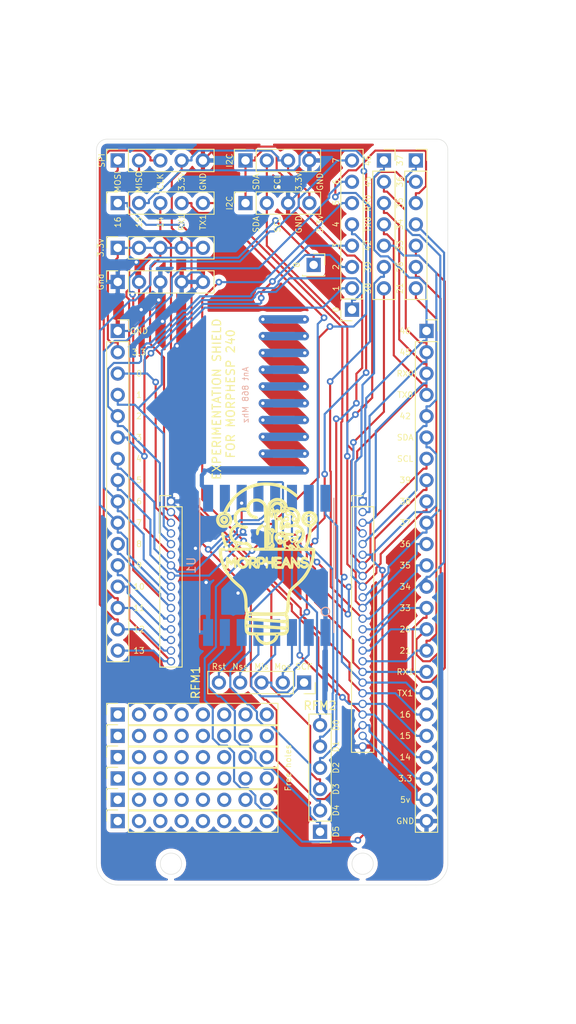
<source format=kicad_pcb>
(kicad_pcb (version 20171130) (host pcbnew "(5.1.6)-1")
  (title_block (title "ESP32-S2 DEV") (date 2020-08-02) (rev 1.2) (company www.morpheans.com) (comment 1 "Dr CADIC Philippe"))
  (layers (0 F.Cu signal) (31 B.Cu signal) (34 B.Paste user) (35 F.Paste user) (36 B.SilkS user) (37 F.SilkS user) (38 B.Mask user) (39 F.Mask user) (44 Edge.Cuts user))
  (net 0 "")
  (net 1 GND)
  (net 2 /3.3v)
  (net 3 /VUSB)
  (net 4 /IO0)
  (net 5 /DC_DISP)
  (net 6 /U1TXD)
  (net 7 /U1RXD)
  (net 8 /SCL)
  (net 9 /SDA)
  (net 10 /IO1)
  (net 11 /IO2)
  (net 12 /IO3)
  (net 13 /IO4)
  (net 14 /IO5)
  (net 15 /IO6)
  (net 16 /IO7)
  (net 17 /IO8)
  (net 18 /IO9)
  (net 19 /IO10)
  (net 20 /IO11)
  (net 21 /IO12)
  (net 22 /IO13)
  (net 23 /IO15)
  (net 24 /IO16)
  (net 25 /IO21)
  (net 26 /IO26)
  (net 27 /IO33)
  (net 28 /IO34)
  (net 29 /IO35)
  (net 30 /IO36)
  (net 31 /IO37)
  (net 32 /IO38)
  (net 33 /IO39)
  (net 34 /IO42)
  (net 35 /TXD0)
  (net 36 /RXD0)
  (net 37 /IO45)
  (net 38 /IO46)
  (net 39 "Net-(J21-Pad1)")
  (net 40 "Net-(J21-Pad2)")
  (net 41 "Net-(J21-Pad3)")
  (net 42 "Net-(J21-Pad4)")
  (net 43 "Net-(J21-Pad5)")
  (net 44 "Net-(J22-Pad1)")
  (net 45 "Net-(J23-Pad1)")
  (net 46 "Net-(J23-Pad2)")
  (net 47 "Net-(J23-Pad3)")
  (net 48 "Net-(J23-Pad4)")
  (net 49 "Net-(J23-Pad5)")
  (net 50 "Net-(J23-Pad6)")
  (module 18650:LOGOMORH (layer F.Cu) (at 96.52 102.235)
    (fp_text reference REF** hide)
    (fp_text value LOGOMORH)
  )
  (module Socket_Strips:Socket_Strip_Straight_1x16_Pitch1.27mm (layer F.Cu) (at 85.09 82.55)
    (fp_text reference J2 hide)
    (fp_text value Cnx1)
    (pad 16 thru_hole oval (at 0 19.05) (size 1 1) (drill 0.7) (layers *.Cu *.Mask) (net 22 /IO13))
    (pad 15 thru_hole oval (at 0 17.78) (size 1 1) (drill 0.7) (layers *.Cu *.Mask) (net 21 /IO12))
    (pad 14 thru_hole oval (at 0 16.51) (size 1 1) (drill 0.7) (layers *.Cu *.Mask) (net 20 /IO11))
    (pad 13 thru_hole oval (at 0 15.24) (size 1 1) (drill 0.7) (layers *.Cu *.Mask) (net 19 /IO10))
    (pad 12 thru_hole oval (at 0 13.97) (size 1 1) (drill 0.7) (layers *.Cu *.Mask) (net 18 /IO9))
    (pad 11 thru_hole oval (at 0 12.7) (size 1 1) (drill 0.7) (layers *.Cu *.Mask) (net 17 /IO8))
    (pad 10 thru_hole oval (at 0 11.43) (size 1 1) (drill 0.7) (layers *.Cu *.Mask) (net 16 /IO7))
    (pad 9 thru_hole oval (at 0 10.16) (size 1 1) (drill 0.7) (layers *.Cu *.Mask) (net 15 /IO6))
    (pad 8 thru_hole oval (at 0 8.89) (size 1 1) (drill 0.7) (layers *.Cu *.Mask) (net 14 /IO5))
    (pad 7 thru_hole oval (at 0 7.62) (size 1 1) (drill 0.7) (layers *.Cu *.Mask) (net 13 /IO4))
    (pad 6 thru_hole oval (at 0 6.35) (size 1 1) (drill 0.7) (layers *.Cu *.Mask) (net 12 /IO3))
    (pad 5 thru_hole oval (at 0 5.08) (size 1 1) (drill 0.7) (layers *.Cu *.Mask) (net 11 /IO2))
    (pad 4 thru_hole oval (at 0 3.81) (size 1 1) (drill 0.7) (layers *.Cu *.Mask) (net 10 /IO1))
    (pad 3 thru_hole oval (at 0 2.54) (size 1 1) (drill 0.7) (layers *.Cu *.Mask) (net 4 /IO0))
    (pad 2 thru_hole oval (at 0 1.27) (size 1 1) (drill 0.7) (layers *.Cu *.Mask) (net 2 /3.3v))
    (pad 1 thru_hole rect (at 0 0) (size 1 1) (drill 0.7) (layers *.Cu *.Mask) (net 1 GND))
  )
  (module Socket_Strips:Socket_Strip_Straight_1x24_Pitch1.27mm (layer F.Cu) (at 107.95 82.55)
    (fp_text reference J3 hide)
    (fp_text value Con2)
    (pad 24 thru_hole oval (at 0 29.21) (size 1 1) (drill 0.7) (layers *.Cu *.Mask) (net 1 GND))
    (pad 23 thru_hole oval (at 0 27.94) (size 1 1) (drill 0.7) (layers *.Cu *.Mask) (net 3 /VUSB))
    (pad 22 thru_hole oval (at 0 26.67) (size 1 1) (drill 0.7) (layers *.Cu *.Mask) (net 2 /3.3v))
    (pad 21 thru_hole oval (at 0 25.4) (size 1 1) (drill 0.7) (layers *.Cu *.Mask) (net 5 /DC_DISP))
    (pad 20 thru_hole oval (at 0 24.13) (size 1 1) (drill 0.7) (layers *.Cu *.Mask) (net 23 /IO15))
    (pad 19 thru_hole oval (at 0 22.86) (size 1 1) (drill 0.7) (layers *.Cu *.Mask) (net 24 /IO16))
    (pad 18 thru_hole oval (at 0 21.59) (size 1 1) (drill 0.7) (layers *.Cu *.Mask) (net 6 /U1TXD))
    (pad 17 thru_hole oval (at 0 20.32) (size 1 1) (drill 0.7) (layers *.Cu *.Mask) (net 7 /U1RXD))
    (pad 16 thru_hole oval (at 0 19.05) (size 1 1) (drill 0.7) (layers *.Cu *.Mask) (net 25 /IO21))
    (pad 15 thru_hole oval (at 0 17.78) (size 1 1) (drill 0.7) (layers *.Cu *.Mask) (net 26 /IO26))
    (pad 14 thru_hole oval (at 0 16.51) (size 1 1) (drill 0.7) (layers *.Cu *.Mask) (net 27 /IO33))
    (pad 13 thru_hole oval (at 0 15.24) (size 1 1) (drill 0.7) (layers *.Cu *.Mask) (net 28 /IO34))
    (pad 12 thru_hole oval (at 0 13.97) (size 1 1) (drill 0.7) (layers *.Cu *.Mask) (net 29 /IO35))
    (pad 11 thru_hole oval (at 0 12.7) (size 1 1) (drill 0.7) (layers *.Cu *.Mask) (net 30 /IO36))
    (pad 10 thru_hole oval (at 0 11.43) (size 1 1) (drill 0.7) (layers *.Cu *.Mask) (net 31 /IO37))
    (pad 9 thru_hole oval (at 0 10.16) (size 1 1) (drill 0.7) (layers *.Cu *.Mask) (net 32 /IO38))
    (pad 8 thru_hole oval (at 0 8.89) (size 1 1) (drill 0.7) (layers *.Cu *.Mask) (net 33 /IO39))
    (pad 7 thru_hole oval (at 0 7.62) (size 1 1) (drill 0.7) (layers *.Cu *.Mask) (net 8 /SCL))
    (pad 6 thru_hole oval (at 0 6.35) (size 1 1) (drill 0.7) (layers *.Cu *.Mask) (net 9 /SDA))
    (pad 5 thru_hole oval (at 0 5.08) (size 1 1) (drill 0.7) (layers *.Cu *.Mask) (net 34 /IO42))
    (pad 4 thru_hole oval (at 0 3.81) (size 1 1) (drill 0.7) (layers *.Cu *.Mask) (net 35 /TXD0))
    (pad 3 thru_hole oval (at 0 2.54) (size 1 1) (drill 0.7) (layers *.Cu *.Mask) (net 36 /RXD0))
    (pad 2 thru_hole oval (at 0 1.27) (size 1 1) (drill 0.7) (layers *.Cu *.Mask) (net 37 /IO45))
    (pad 1 thru_hole rect (at 0 0) (size 1 1) (drill 0.7) (layers *.Cu *.Mask) (net 38 /IO46))
  )
  (module Connector_PinSocket_2.54mm:PinSocket_1x24_P2.54mm_Vertical (layer F.Cu) (at 115.57 62.23)
    (fp_text reference J4 hide)
    (fp_text value Conn_01x24_Male)
    (pad 1 thru_hole rect (at 0 0) (size 1.7 1.7) (drill 1) (layers *.Cu *.Mask) (net 38 /IO46))
    (pad 2 thru_hole oval (at 0 2.54) (size 1.7 1.7) (drill 1) (layers *.Cu *.Mask) (net 37 /IO45))
    (pad 3 thru_hole oval (at 0 5.08) (size 1.7 1.7) (drill 1) (layers *.Cu *.Mask) (net 36 /RXD0))
    (pad 4 thru_hole oval (at 0 7.62) (size 1.7 1.7) (drill 1) (layers *.Cu *.Mask) (net 35 /TXD0))
    (pad 5 thru_hole oval (at 0 10.16) (size 1.7 1.7) (drill 1) (layers *.Cu *.Mask) (net 34 /IO42))
    (pad 6 thru_hole oval (at 0 12.7) (size 1.7 1.7) (drill 1) (layers *.Cu *.Mask) (net 9 /SDA))
    (pad 7 thru_hole oval (at 0 15.24) (size 1.7 1.7) (drill 1) (layers *.Cu *.Mask) (net 8 /SCL))
    (pad 8 thru_hole oval (at 0 17.78) (size 1.7 1.7) (drill 1) (layers *.Cu *.Mask) (net 33 /IO39))
    (pad 9 thru_hole oval (at 0 20.32) (size 1.7 1.7) (drill 1) (layers *.Cu *.Mask) (net 32 /IO38))
    (pad 10 thru_hole oval (at 0 22.86) (size 1.7 1.7) (drill 1) (layers *.Cu *.Mask) (net 31 /IO37))
    (pad 11 thru_hole oval (at 0 25.4) (size 1.7 1.7) (drill 1) (layers *.Cu *.Mask) (net 30 /IO36))
    (pad 12 thru_hole oval (at 0 27.94) (size 1.7 1.7) (drill 1) (layers *.Cu *.Mask) (net 29 /IO35))
    (pad 13 thru_hole oval (at 0 30.48) (size 1.7 1.7) (drill 1) (layers *.Cu *.Mask) (net 28 /IO34))
    (pad 14 thru_hole oval (at 0 33.02) (size 1.7 1.7) (drill 1) (layers *.Cu *.Mask) (net 27 /IO33))
    (pad 15 thru_hole oval (at 0 35.56) (size 1.7 1.7) (drill 1) (layers *.Cu *.Mask) (net 26 /IO26))
    (pad 16 thru_hole oval (at 0 38.1) (size 1.7 1.7) (drill 1) (layers *.Cu *.Mask) (net 25 /IO21))
    (pad 17 thru_hole oval (at 0 40.64) (size 1.7 1.7) (drill 1) (layers *.Cu *.Mask) (net 7 /U1RXD))
    (pad 18 thru_hole oval (at 0 43.18) (size 1.7 1.7) (drill 1) (layers *.Cu *.Mask) (net 6 /U1TXD))
    (pad 19 thru_hole oval (at 0 45.72) (size 1.7 1.7) (drill 1) (layers *.Cu *.Mask) (net 24 /IO16))
    (pad 20 thru_hole oval (at 0 48.26) (size 1.7 1.7) (drill 1) (layers *.Cu *.Mask) (net 23 /IO15))
    (pad 21 thru_hole oval (at 0 50.8) (size 1.7 1.7) (drill 1) (layers *.Cu *.Mask) (net 5 /DC_DISP))
    (pad 22 thru_hole oval (at 0 53.34) (size 1.7 1.7) (drill 1) (layers *.Cu *.Mask) (net 2 /3.3v))
    (pad 23 thru_hole oval (at 0 55.88) (size 1.7 1.7) (drill 1) (layers *.Cu *.Mask) (net 3 /VUSB))
    (pad 24 thru_hole oval (at 0 58.42) (size 1.7 1.7) (drill 1) (layers *.Cu *.Mask) (net 1 GND))
  )
  (module Connector_PinSocket_2.54mm:PinSocket_1x16_P2.54mm_Vertical (layer F.Cu) (at 78.74 62.23)
    (fp_text reference J1 hide)
    (fp_text value Cnx1)
    (pad 1 thru_hole rect (at 0 0) (size 1.7 1.7) (drill 1) (layers *.Cu *.Mask) (net 1 GND))
    (pad 2 thru_hole oval (at 0 2.54) (size 1.7 1.7) (drill 1) (layers *.Cu *.Mask) (net 2 /3.3v))
    (pad 3 thru_hole oval (at 0 5.08) (size 1.7 1.7) (drill 1) (layers *.Cu *.Mask) (net 4 /IO0))
    (pad 4 thru_hole oval (at 0 7.62) (size 1.7 1.7) (drill 1) (layers *.Cu *.Mask) (net 10 /IO1))
    (pad 5 thru_hole oval (at 0 10.16) (size 1.7 1.7) (drill 1) (layers *.Cu *.Mask) (net 11 /IO2))
    (pad 6 thru_hole oval (at 0 12.7) (size 1.7 1.7) (drill 1) (layers *.Cu *.Mask) (net 12 /IO3))
    (pad 7 thru_hole oval (at 0 15.24) (size 1.7 1.7) (drill 1) (layers *.Cu *.Mask) (net 13 /IO4))
    (pad 8 thru_hole oval (at 0 17.78) (size 1.7 1.7) (drill 1) (layers *.Cu *.Mask) (net 14 /IO5))
    (pad 9 thru_hole oval (at 0 20.32) (size 1.7 1.7) (drill 1) (layers *.Cu *.Mask) (net 15 /IO6))
    (pad 10 thru_hole oval (at 0 22.86) (size 1.7 1.7) (drill 1) (layers *.Cu *.Mask) (net 16 /IO7))
    (pad 11 thru_hole oval (at 0 25.4) (size 1.7 1.7) (drill 1) (layers *.Cu *.Mask) (net 17 /IO8))
    (pad 12 thru_hole oval (at 0 27.94) (size 1.7 1.7) (drill 1) (layers *.Cu *.Mask) (net 18 /IO9))
    (pad 13 thru_hole oval (at 0 30.48) (size 1.7 1.7) (drill 1) (layers *.Cu *.Mask) (net 19 /IO10))
    (pad 14 thru_hole oval (at 0 33.02) (size 1.7 1.7) (drill 1) (layers *.Cu *.Mask) (net 20 /IO11))
    (pad 15 thru_hole oval (at 0 35.56) (size 1.7 1.7) (drill 1) (layers *.Cu *.Mask) (net 21 /IO12))
    (pad 16 thru_hole oval (at 0 38.1) (size 1.7 1.7) (drill 1) (layers *.Cu *.Mask) (net 22 /IO13))
  )
  (module Connector_PinSocket_2.54mm:PinSocket_1x05_P2.54mm_Vertical (layer F.Cu) (at 78.74 41.91 90)
    (fp_text reference J5 hide)
    (fp_text value SPI_cx)
    (pad 1 thru_hole rect (at 0 0 90) (size 1.7 1.7) (drill 1) (layers *.Cu *.Mask) (net 20 /IO11))
    (pad 2 thru_hole oval (at 0 2.54 90) (size 1.7 1.7) (drill 1) (layers *.Cu *.Mask) (net 22 /IO13))
    (pad 3 thru_hole oval (at 0 5.08 90) (size 1.7 1.7) (drill 1) (layers *.Cu *.Mask) (net 21 /IO12))
    (pad 4 thru_hole oval (at 0 7.62 90) (size 1.7 1.7) (drill 1) (layers *.Cu *.Mask) (net 2 /3.3v))
    (pad 5 thru_hole oval (at 0 10.16 90) (size 1.7 1.7) (drill 1) (layers *.Cu *.Mask) (net 1 GND))
  )
  (module Connector_PinSocket_2.54mm:PinSocket_1x04_P2.54mm_Vertical (layer F.Cu) (at 93.98 41.91 90)
    (fp_text reference J6 hide)
    (fp_text value SDA_a hide)
    (pad 1 thru_hole rect (at 0 0 90) (size 1.7 1.7) (drill 1) (layers *.Cu *.Mask) (net 9 /SDA))
    (pad 2 thru_hole oval (at 0 2.54 90) (size 1.7 1.7) (drill 1) (layers *.Cu *.Mask) (net 8 /SCL))
    (pad 3 thru_hole oval (at 0 5.08 90) (size 1.7 1.7) (drill 1) (layers *.Cu *.Mask) (net 2 /3.3v))
    (pad 4 thru_hole oval (at 0 7.62 90) (size 1.7 1.7) (drill 1) (layers *.Cu *.Mask) (net 1 GND))
  )
  (module Connector_PinSocket_2.54mm:PinSocket_1x04_P2.54mm_Vertical (layer F.Cu) (at 93.98 46.99 90)
    (fp_text reference J7 hide)
    (fp_text value SDA_b hide)
    (pad 4 thru_hole oval (at 0 7.62 90) (size 1.7 1.7) (drill 1) (layers *.Cu *.Mask) (net 2 /3.3v))
    (pad 3 thru_hole oval (at 0 5.08 90) (size 1.7 1.7) (drill 1) (layers *.Cu *.Mask) (net 1 GND))
    (pad 2 thru_hole oval (at 0 2.54 90) (size 1.7 1.7) (drill 1) (layers *.Cu *.Mask) (net 8 /SCL))
    (pad 1 thru_hole rect (at 0 0 90) (size 1.7 1.7) (drill 1) (layers *.Cu *.Mask) (net 9 /SDA))
  )
  (module Connector_PinSocket_2.54mm:PinSocket_1x08_P2.54mm_Vertical (layer F.Cu) (at 106.68 59.69 180)
    (fp_text reference J8 hide)
    (fp_text value GPIO_1)
    (pad 1 thru_hole rect (at 0 0 180) (size 1.7 1.7) (drill 1) (layers *.Cu *.Mask) (net 4 /IO0))
    (pad 2 thru_hole oval (at 0 2.54 180) (size 1.7 1.7) (drill 1) (layers *.Cu *.Mask) (net 10 /IO1))
    (pad 3 thru_hole oval (at 0 5.08 180) (size 1.7 1.7) (drill 1) (layers *.Cu *.Mask) (net 11 /IO2))
    (pad 4 thru_hole oval (at 0 7.62 180) (size 1.7 1.7) (drill 1) (layers *.Cu *.Mask) (net 12 /IO3))
    (pad 5 thru_hole oval (at 0 10.16 180) (size 1.7 1.7) (drill 1) (layers *.Cu *.Mask) (net 13 /IO4))
    (pad 6 thru_hole oval (at 0 12.7 180) (size 1.7 1.7) (drill 1) (layers *.Cu *.Mask) (net 14 /IO5))
    (pad 7 thru_hole oval (at 0 15.24 180) (size 1.7 1.7) (drill 1) (layers *.Cu *.Mask) (net 15 /IO6))
    (pad 8 thru_hole oval (at 0 17.78 180) (size 1.7 1.7) (drill 1) (layers *.Cu *.Mask) (net 16 /IO7))
  )
  (module Connector_PinSocket_2.54mm:PinSocket_1x07_P2.54mm_Vertical (layer F.Cu) (at 110.49 41.91)
    (fp_text reference J9 hide)
    (fp_text value GPIO_2)
    (pad 1 thru_hole rect (at 0 0) (size 1.7 1.7) (drill 1) (layers *.Cu *.Mask) (net 38 /IO46))
    (pad 2 thru_hole oval (at 0 2.54) (size 1.7 1.7) (drill 1) (layers *.Cu *.Mask) (net 37 /IO45))
    (pad 3 thru_hole oval (at 0 5.08) (size 1.7 1.7) (drill 1) (layers *.Cu *.Mask) (net 36 /RXD0))
    (pad 4 thru_hole oval (at 0 7.62) (size 1.7 1.7) (drill 1) (layers *.Cu *.Mask) (net 35 /TXD0))
    (pad 5 thru_hole oval (at 0 10.16) (size 1.7 1.7) (drill 1) (layers *.Cu *.Mask) (net 34 /IO42))
    (pad 6 thru_hole oval (at 0 12.7) (size 1.7 1.7) (drill 1) (layers *.Cu *.Mask) (net 33 /IO39))
    (pad 7 thru_hole oval (at 0 15.24) (size 1.7 1.7) (drill 1) (layers *.Cu *.Mask) (net 32 /IO38))
  )
  (module Connector_PinSocket_2.54mm:PinSocket_1x07_P2.54mm_Vertical (layer F.Cu) (at 114.3 41.91)
    (fp_text reference J10 hide)
    (fp_text value GPIO_3)
    (pad 7 thru_hole oval (at 0 15.24) (size 1.7 1.7) (drill 1) (layers *.Cu *.Mask) (net 25 /IO21))
    (pad 6 thru_hole oval (at 0 12.7) (size 1.7 1.7) (drill 1) (layers *.Cu *.Mask) (net 26 /IO26))
    (pad 5 thru_hole oval (at 0 10.16) (size 1.7 1.7) (drill 1) (layers *.Cu *.Mask) (net 27 /IO33))
    (pad 4 thru_hole oval (at 0 7.62) (size 1.7 1.7) (drill 1) (layers *.Cu *.Mask) (net 28 /IO34))
    (pad 3 thru_hole oval (at 0 5.08) (size 1.7 1.7) (drill 1) (layers *.Cu *.Mask) (net 29 /IO35))
    (pad 2 thru_hole oval (at 0 2.54) (size 1.7 1.7) (drill 1) (layers *.Cu *.Mask) (net 30 /IO36))
    (pad 1 thru_hole rect (at 0 0) (size 1.7 1.7) (drill 1) (layers *.Cu *.Mask) (net 31 /IO37))
  )
  (module Connector_PinSocket_2.54mm:PinSocket_1x01_P2.54mm_Vertical (layer F.Cu) (at 102.108 54.356)
    (fp_text reference J11 hide)
    (fp_text value Gpio_4)
    (pad 1 thru_hole rect (at 0 0) (size 1.7 1.7) (drill 1) (layers *.Cu *.Mask) (net 17 /IO8))
  )
  (module Connector_PinSocket_2.54mm:PinSocket_1x05_P2.54mm_Vertical (layer F.Cu) (at 78.74 46.99 90)
    (fp_text reference J12 hide)
    (fp_text value Gpio_5)
    (pad 1 thru_hole rect (at 0 0 90) (size 1.7 1.7) (drill 1) (layers *.Cu *.Mask) (net 24 /IO16))
    (pad 2 thru_hole oval (at 0 2.54 90) (size 1.7 1.7) (drill 1) (layers *.Cu *.Mask) (net 23 /IO15))
    (pad 3 thru_hole oval (at 0 5.08 90) (size 1.7 1.7) (drill 1) (layers *.Cu *.Mask) (net 5 /DC_DISP))
    (pad 4 thru_hole oval (at 0 7.62 90) (size 1.7 1.7) (drill 1) (layers *.Cu *.Mask) (net 7 /U1RXD))
    (pad 5 thru_hole oval (at 0 10.16 90) (size 1.7 1.7) (drill 1) (layers *.Cu *.Mask) (net 6 /U1TXD))
  )
  (module Connector_PinSocket_2.54mm:PinSocket_1x05_P2.54mm_Vertical (layer F.Cu) (at 78.74 52.324 90)
    (fp_text reference J13 hide)
    (fp_text value C3V)
    (pad 1 thru_hole rect (at 0 0 90) (size 1.7 1.7) (drill 1) (layers *.Cu *.Mask) (net 2 /3.3v))
    (pad 2 thru_hole oval (at 0 2.54 90) (size 1.7 1.7) (drill 1) (layers *.Cu *.Mask) (net 2 /3.3v))
    (pad 3 thru_hole oval (at 0 5.08 90) (size 1.7 1.7) (drill 1) (layers *.Cu *.Mask) (net 2 /3.3v))
    (pad 4 thru_hole oval (at 0 7.62 90) (size 1.7 1.7) (drill 1) (layers *.Cu *.Mask) (net 2 /3.3v))
    (pad 5 thru_hole oval (at 0 10.16 90) (size 1.7 1.7) (drill 1) (layers *.Cu *.Mask) (net 2 /3.3v))
  )
  (module Connector_PinSocket_2.54mm:PinSocket_1x05_P2.54mm_Vertical (layer F.Cu) (at 78.74 56.388 90)
    (fp_text reference J14 hide)
    (fp_text value C3V)
    (pad 5 thru_hole oval (at 0 10.16 90) (size 1.7 1.7) (drill 1) (layers *.Cu *.Mask) (net 1 GND))
    (pad 4 thru_hole oval (at 0 7.62 90) (size 1.7 1.7) (drill 1) (layers *.Cu *.Mask) (net 1 GND))
    (pad 3 thru_hole oval (at 0 5.08 90) (size 1.7 1.7) (drill 1) (layers *.Cu *.Mask) (net 1 GND))
    (pad 2 thru_hole oval (at 0 2.54 90) (size 1.7 1.7) (drill 1) (layers *.Cu *.Mask) (net 1 GND))
    (pad 1 thru_hole rect (at 0 0 90) (size 1.7 1.7) (drill 1) (layers *.Cu *.Mask) (net 1 GND))
  )
  (module Connector_PinSocket_2.54mm:PinSocket_1x08_P2.54mm_Vertical (layer F.Cu) (at 78.74 120.65 90)
    (fp_text reference J15 hide)
    (fp_text value freec1)
    (pad 1 thru_hole rect (at 0 0 90) (size 1.7 1.7) (drill 1) (layers *.Cu *.Mask))
    (pad 2 thru_hole oval (at 0 2.54 90) (size 1.7 1.7) (drill 1) (layers *.Cu *.Mask))
    (pad 3 thru_hole oval (at 0 5.08 90) (size 1.7 1.7) (drill 1) (layers *.Cu *.Mask))
    (pad 4 thru_hole oval (at 0 7.62 90) (size 1.7 1.7) (drill 1) (layers *.Cu *.Mask))
    (pad 5 thru_hole oval (at 0 10.16 90) (size 1.7 1.7) (drill 1) (layers *.Cu *.Mask))
    (pad 6 thru_hole oval (at 0 12.7 90) (size 1.7 1.7) (drill 1) (layers *.Cu *.Mask))
    (pad 7 thru_hole oval (at 0 15.24 90) (size 1.7 1.7) (drill 1) (layers *.Cu *.Mask))
    (pad 8 thru_hole oval (at 0 17.78 90) (size 1.7 1.7) (drill 1) (layers *.Cu *.Mask))
  )
  (module Connector_PinSocket_2.54mm:PinSocket_1x08_P2.54mm_Vertical (layer F.Cu) (at 78.74 118.11 90)
    (fp_text reference J16 hide)
    (fp_text value freec2)
    (pad 8 thru_hole oval (at 0 17.78 90) (size 1.7 1.7) (drill 1) (layers *.Cu *.Mask))
    (pad 7 thru_hole oval (at 0 15.24 90) (size 1.7 1.7) (drill 1) (layers *.Cu *.Mask))
    (pad 6 thru_hole oval (at 0 12.7 90) (size 1.7 1.7) (drill 1) (layers *.Cu *.Mask))
    (pad 5 thru_hole oval (at 0 10.16 90) (size 1.7 1.7) (drill 1) (layers *.Cu *.Mask))
    (pad 4 thru_hole oval (at 0 7.62 90) (size 1.7 1.7) (drill 1) (layers *.Cu *.Mask))
    (pad 3 thru_hole oval (at 0 5.08 90) (size 1.7 1.7) (drill 1) (layers *.Cu *.Mask))
    (pad 2 thru_hole oval (at 0 2.54 90) (size 1.7 1.7) (drill 1) (layers *.Cu *.Mask))
    (pad 1 thru_hole rect (at 0 0 90) (size 1.7 1.7) (drill 1) (layers *.Cu *.Mask))
  )
  (module Connector_PinSocket_2.54mm:PinSocket_1x08_P2.54mm_Vertical (layer F.Cu) (at 78.74 115.57 90)
    (fp_text reference J17 hide)
    (fp_text value freec3)
    (pad 1 thru_hole rect (at 0 0 90) (size 1.7 1.7) (drill 1) (layers *.Cu *.Mask))
    (pad 2 thru_hole oval (at 0 2.54 90) (size 1.7 1.7) (drill 1) (layers *.Cu *.Mask))
    (pad 3 thru_hole oval (at 0 5.08 90) (size 1.7 1.7) (drill 1) (layers *.Cu *.Mask))
    (pad 4 thru_hole oval (at 0 7.62 90) (size 1.7 1.7) (drill 1) (layers *.Cu *.Mask))
    (pad 5 thru_hole oval (at 0 10.16 90) (size 1.7 1.7) (drill 1) (layers *.Cu *.Mask))
    (pad 6 thru_hole oval (at 0 12.7 90) (size 1.7 1.7) (drill 1) (layers *.Cu *.Mask))
    (pad 7 thru_hole oval (at 0 15.24 90) (size 1.7 1.7) (drill 1) (layers *.Cu *.Mask))
    (pad 8 thru_hole oval (at 0 17.78 90) (size 1.7 1.7) (drill 1) (layers *.Cu *.Mask))
  )
  (module Connector_PinSocket_2.54mm:PinSocket_1x08_P2.54mm_Vertical (layer F.Cu) (at 78.74 113.03 90)
    (fp_text reference J18 hide)
    (fp_text value freec5)
    (pad 8 thru_hole oval (at 0 17.78 90) (size 1.7 1.7) (drill 1) (layers *.Cu *.Mask))
    (pad 7 thru_hole oval (at 0 15.24 90) (size 1.7 1.7) (drill 1) (layers *.Cu *.Mask))
    (pad 6 thru_hole oval (at 0 12.7 90) (size 1.7 1.7) (drill 1) (layers *.Cu *.Mask))
    (pad 5 thru_hole oval (at 0 10.16 90) (size 1.7 1.7) (drill 1) (layers *.Cu *.Mask))
    (pad 4 thru_hole oval (at 0 7.62 90) (size 1.7 1.7) (drill 1) (layers *.Cu *.Mask))
    (pad 3 thru_hole oval (at 0 5.08 90) (size 1.7 1.7) (drill 1) (layers *.Cu *.Mask))
    (pad 2 thru_hole oval (at 0 2.54 90) (size 1.7 1.7) (drill 1) (layers *.Cu *.Mask))
    (pad 1 thru_hole rect (at 0 0 90) (size 1.7 1.7) (drill 1) (layers *.Cu *.Mask))
  )
  (module Connector_PinSocket_2.54mm:PinSocket_1x08_P2.54mm_Vertical (layer F.Cu) (at 78.74 110.49 90)
    (fp_text reference J19 hide)
    (fp_text value freec6)
    (pad 1 thru_hole rect (at 0 0 90) (size 1.7 1.7) (drill 1) (layers *.Cu *.Mask))
    (pad 2 thru_hole oval (at 0 2.54 90) (size 1.7 1.7) (drill 1) (layers *.Cu *.Mask))
    (pad 3 thru_hole oval (at 0 5.08 90) (size 1.7 1.7) (drill 1) (layers *.Cu *.Mask))
    (pad 4 thru_hole oval (at 0 7.62 90) (size 1.7 1.7) (drill 1) (layers *.Cu *.Mask))
    (pad 5 thru_hole oval (at 0 10.16 90) (size 1.7 1.7) (drill 1) (layers *.Cu *.Mask))
    (pad 6 thru_hole oval (at 0 12.7 90) (size 1.7 1.7) (drill 1) (layers *.Cu *.Mask))
    (pad 7 thru_hole oval (at 0 15.24 90) (size 1.7 1.7) (drill 1) (layers *.Cu *.Mask))
    (pad 8 thru_hole oval (at 0 17.78 90) (size 1.7 1.7) (drill 1) (layers *.Cu *.Mask))
  )
  (module Connector_PinSocket_2.54mm:PinSocket_1x08_P2.54mm_Vertical (layer F.Cu) (at 78.74 107.95 90)
    (fp_text reference J20 hide)
    (fp_text value freec4)
    (pad 1 thru_hole rect (at 0 0 90) (size 1.7 1.7) (drill 1) (layers *.Cu *.Mask))
    (pad 2 thru_hole oval (at 0 2.54 90) (size 1.7 1.7) (drill 1) (layers *.Cu *.Mask))
    (pad 3 thru_hole oval (at 0 5.08 90) (size 1.7 1.7) (drill 1) (layers *.Cu *.Mask))
    (pad 4 thru_hole oval (at 0 7.62 90) (size 1.7 1.7) (drill 1) (layers *.Cu *.Mask))
    (pad 5 thru_hole oval (at 0 10.16 90) (size 1.7 1.7) (drill 1) (layers *.Cu *.Mask))
    (pad 6 thru_hole oval (at 0 12.7 90) (size 1.7 1.7) (drill 1) (layers *.Cu *.Mask))
    (pad 7 thru_hole oval (at 0 15.24 90) (size 1.7 1.7) (drill 1) (layers *.Cu *.Mask))
    (pad 8 thru_hole oval (at 0 17.78 90) (size 1.7 1.7) (drill 1) (layers *.Cu *.Mask))
  )
  (module Connector_PinSocket_2.54mm:PinSocket_1x05_P2.54mm_Vertical (layer F.Cu) (at 100.965 104.14 270)
    (fp_text reference J21 hide)
    (fp_text value RFM1 (at 0 12.93 90) (layer F.SilkS))
    (pad 1 thru_hole rect (at 0 0 270) (size 1.7 1.7) (drill 1) (layers *.Cu *.Mask) (net 39 "Net-(J21-Pad1)"))
    (pad 2 thru_hole oval (at 0 2.54 270) (size 1.7 1.7) (drill 1) (layers *.Cu *.Mask) (net 40 "Net-(J21-Pad2)"))
    (pad 3 thru_hole oval (at 0 5.08 270) (size 1.7 1.7) (drill 1) (layers *.Cu *.Mask) (net 41 "Net-(J21-Pad3)"))
    (pad 4 thru_hole oval (at 0 7.62 270) (size 1.7 1.7) (drill 1) (layers *.Cu *.Mask) (net 42 "Net-(J21-Pad4)"))
    (pad 5 thru_hole oval (at 0 10.16 270) (size 1.7 1.7) (drill 1) (layers *.Cu *.Mask) (net 43 "Net-(J21-Pad5)"))
  )
  (module RF_Antenna:Texas_SWRA416_868MHz_915MHz (layer B.Cu) (at 95.25 69.85 90)
    (fp_text reference "Ant 868 Mhz" (at 0 -1.27 90) (layer B.SilkS) (effects (font (size 0.7 0.7) (thickness 0.1)) (justify mirror)))
    (fp_text value Conn_01x01_Female)
    (fp_line (start -8 1.8) (end -7 0.8) (layer F.Cu) (width 1))
    (fp_line (start -8 4.8) (end -8 1.8) (layer F.Cu) (width 1))
    (fp_line (start -9 5.8) (end -8 4.8) (layer F.Cu) (width 1))
    (fp_line (start -9 -5.2) (end -9 5.8) (layer B.Cu) (width 1))
    (fp_line (start -7 5.8) (end -7 0.8) (layer B.Cu) (width 1))
    (fp_line (start -5 5.8) (end -5 0.8) (layer B.Cu) (width 1))
    (fp_line (start -6 1.8) (end -5 0.8) (layer F.Cu) (width 1))
    (fp_line (start -7 5.8) (end -6 4.8) (layer F.Cu) (width 1))
    (fp_line (start -6 4.8) (end -6 1.8) (layer F.Cu) (width 1))
    (fp_line (start -3 5.8) (end -3 0.8) (layer B.Cu) (width 1))
    (fp_line (start -4 1.8) (end -3 0.8) (layer F.Cu) (width 1))
    (fp_line (start -5 5.8) (end -4 4.8) (layer F.Cu) (width 1))
    (fp_line (start -4 4.8) (end -4 1.8) (layer F.Cu) (width 1))
    (fp_line (start -1 5.8) (end -1 0.8) (layer B.Cu) (width 1))
    (fp_line (start -2 4.8) (end -2 1.8) (layer F.Cu) (width 1))
    (fp_line (start -2 1.8) (end -1 0.8) (layer F.Cu) (width 1))
    (fp_line (start -3 5.8) (end -2 4.8) (layer F.Cu) (width 1))
    (fp_line (start 1 5.8) (end 1 0.8) (layer B.Cu) (width 1))
    (fp_line (start 0 4.8) (end 0 1.8) (layer F.Cu) (width 1))
    (fp_line (start 0 1.8) (end 1 0.8) (layer F.Cu) (width 1))
    (fp_line (start -1 5.8) (end 0 4.8) (layer F.Cu) (width 1))
    (fp_line (start 3 5.8) (end 3 0.8) (layer B.Cu) (width 1))
    (fp_line (start 2 4.8) (end 2 1.8) (layer F.Cu) (width 1))
    (fp_line (start 2 1.8) (end 3 0.8) (layer F.Cu) (width 1))
    (fp_line (start 1 5.8) (end 2 4.8) (layer F.Cu) (width 1))
    (fp_line (start 5 5.8) (end 5 0.8) (layer B.Cu) (width 1))
    (fp_line (start 4 4.8) (end 4 1.8) (layer F.Cu) (width 1))
    (fp_line (start 4 1.8) (end 5 0.8) (layer F.Cu) (width 1))
    (fp_line (start 3 5.8) (end 4 4.8) (layer F.Cu) (width 1))
    (fp_line (start 7 5.8) (end 7 0.8) (layer B.Cu) (width 1))
    (fp_line (start 6 4.8) (end 6 1.8) (layer F.Cu) (width 1))
    (fp_line (start 6 1.8) (end 7 0.8) (layer F.Cu) (width 1))
    (fp_line (start 5 5.8) (end 6 4.8) (layer F.Cu) (width 1))
    (fp_line (start 9 5.8) (end 9 0.8) (layer B.Cu) (width 1))
    (fp_line (start 8 4.8) (end 8 1.8) (layer F.Cu) (width 1))
    (fp_line (start 8 1.8) (end 9 0.8) (layer F.Cu) (width 1))
    (fp_line (start 7 5.8) (end 8 4.8) (layer F.Cu) (width 1))
    (pad "" thru_hole circle (at 9 0.8 270) (size 1 1) (drill 0.4) (layers *.Cu))
    (pad "" thru_hole circle (at 9 5.8 270) (size 1 1) (drill 0.4) (layers *.Cu))
    (pad "" thru_hole circle (at 7 5.8 270) (size 1 1) (drill 0.4) (layers *.Cu))
    (pad "" thru_hole circle (at 7 0.8 270) (size 1 1) (drill 0.4) (layers *.Cu))
    (pad "" thru_hole circle (at 5 0.8 270) (size 1 1) (drill 0.4) (layers *.Cu))
    (pad "" thru_hole circle (at 5 5.8 270) (size 1 1) (drill 0.4) (layers *.Cu))
    (pad "" thru_hole circle (at 3 0.8 270) (size 1 1) (drill 0.4) (layers *.Cu))
    (pad "" thru_hole circle (at 3 5.8 270) (size 1 1) (drill 0.4) (layers *.Cu))
    (pad "" thru_hole circle (at 1 5.8 270) (size 1 1) (drill 0.4) (layers *.Cu))
    (pad "" thru_hole circle (at 1 0.8 270) (size 1 1) (drill 0.4) (layers *.Cu))
    (pad "" thru_hole circle (at -1 0.8 270) (size 1 1) (drill 0.4) (layers *.Cu))
    (pad "" thru_hole circle (at -1 5.8 270) (size 1 1) (drill 0.4) (layers *.Cu))
    (pad "" thru_hole circle (at -3 5.8 270) (size 1 1) (drill 0.4) (layers *.Cu))
    (pad "" thru_hole circle (at -3 0.8 270) (size 1 1) (drill 0.4) (layers *.Cu))
    (pad "" thru_hole circle (at -5 0.8 270) (size 1 1) (drill 0.4) (layers *.Cu))
    (pad "" thru_hole circle (at -5 5.8 270) (size 1 1) (drill 0.4) (layers *.Cu))
    (pad "" thru_hole circle (at -7 5.8 270) (size 1 1) (drill 0.4) (layers *.Cu))
    (pad "" thru_hole circle (at -7 0.8 270) (size 1 1) (drill 0.4) (layers *.Cu))
    (pad "" thru_hole circle (at -9 5.8 270) (size 1 1) (drill 0.4) (layers *.Cu))
    (pad 1 smd trapezoid (at -9 -5.9 270) (size 0.4 0.8) (rect_delta 0 -0.3) (layers B.Cu) (net 44 "Net-(J22-Pad1)"))
  )
  (module Connector_PinHeader_2.54mm:PinHeader_1x06_P2.54mm_Vertical (layer F.Cu) (at 102.87 121.92 180)
    (fp_text reference J23 hide)
    (fp_text value RFM2 (at 0 15.03) (layer F.SilkS))
    (pad 1 thru_hole rect (at 0 0 180) (size 1.7 1.7) (drill 1) (layers *.Cu *.Mask) (net 45 "Net-(J23-Pad1)"))
    (pad 2 thru_hole oval (at 0 2.54 180) (size 1.7 1.7) (drill 1) (layers *.Cu *.Mask) (net 46 "Net-(J23-Pad2)"))
    (pad 3 thru_hole oval (at 0 5.08 180) (size 1.7 1.7) (drill 1) (layers *.Cu *.Mask) (net 47 "Net-(J23-Pad3)"))
    (pad 4 thru_hole oval (at 0 7.62 180) (size 1.7 1.7) (drill 1) (layers *.Cu *.Mask) (net 48 "Net-(J23-Pad4)"))
    (pad 5 thru_hole oval (at 0 10.16 180) (size 1.7 1.7) (drill 1) (layers *.Cu *.Mask) (net 49 "Net-(J23-Pad5)"))
    (pad 6 thru_hole oval (at 0 12.7 180) (size 1.7 1.7) (drill 1) (layers *.Cu *.Mask) (net 50 "Net-(J23-Pad6)"))
  )
  (module 18650:RFM95W_long (layer B.Cu) (at 96.52 90.17 90)
    (fp_text reference U1 (at 0 -9 270) (layer B.SilkS) (effects (justify mirror)))
    (fp_text value RFM95W-868S2)
    (pad 1 smd rect (at -8 7 90) (size 3.2 1.2) (layers B.Cu B.Paste B.Mask) (net 1 GND))
    (pad 2 smd rect (at -8 5 90) (size 3.2 1.2) (layers B.Cu B.Paste B.Mask) (net 41 "Net-(J21-Pad3)"))
    (pad 3 smd rect (at -8 3 90) (size 3.2 1.2) (layers B.Cu B.Paste B.Mask) (net 40 "Net-(J21-Pad2)"))
    (pad 4 smd rect (at -8 1 90) (size 3.2 1.2) (layers B.Cu B.Paste B.Mask) (net 39 "Net-(J21-Pad1)"))
    (pad 5 smd rect (at -8 -1 90) (size 3.2 1.2) (layers B.Cu B.Paste B.Mask) (net 42 "Net-(J21-Pad4)"))
    (pad 6 smd rect (at -8 -3 90) (size 3.2 1.2) (layers B.Cu B.Paste B.Mask) (net 43 "Net-(J21-Pad5)"))
    (pad 7 smd rect (at -8 -5 90) (size 3.2 1.2) (layers B.Cu B.Paste B.Mask) (net 45 "Net-(J23-Pad1)"))
    (pad 8 smd rect (at -8 -7 90) (size 3.2 1.2) (layers B.Cu B.Paste B.Mask) (net 1 GND))
    (pad 9 smd rect (at 8 -7 90) (size 3.2 1.2) (layers B.Cu B.Paste B.Mask) (net 44 "Net-(J22-Pad1)"))
    (pad 10 smd rect (at 8 -5 90) (size 3.2 1.2) (layers B.Cu B.Paste B.Mask) (net 1 GND))
    (pad 11 smd rect (at 8 -3 90) (size 3.2 1.2) (layers B.Cu B.Paste B.Mask) (net 47 "Net-(J23-Pad3)"))
    (pad 12 smd rect (at 8 -1 90) (size 3.2 1.2) (layers B.Cu B.Paste B.Mask) (net 46 "Net-(J23-Pad2)"))
    (pad 13 smd rect (at 8 1 90) (size 3.2 1.2) (layers B.Cu B.Paste B.Mask) (net 2 /3.3v))
    (pad 14 smd rect (at 8 3 90) (size 3.2 1.2) (layers B.Cu B.Paste B.Mask) (net 50 "Net-(J23-Pad6)"))
    (pad 15 smd rect (at 8 5 90) (size 3.2 1.2) (layers B.Cu B.Paste B.Mask) (net 49 "Net-(J23-Pad5)"))
    (pad 16 smd rect (at 8 7 90) (size 3.2 1.2) (layers B.Cu B.Paste B.Mask) (net 48 "Net-(J23-Pad4)"))
  )
  (gr_arc (start 116.84 40.64) (end 118.11 40.64) (angle -90) (layer Edge.Cuts) (width 0.05))
  (gr_circle (center 107.95 125.73) (end 107.95 124.46) (layer Edge.Cuts) (width 0.05))
  (gr_circle (center 85.09 125.73) (end 86.36 125.73) (layer Edge.Cuts) (width 0.05))
  (gr_text RX1 (at 113.03 102.87) (layer F.SilkS) (effects (font (size 0.7 0.7) (thickness 0.1))))
  (gr_text 36 (at 113.03 87.63) (layer F.SilkS) (effects (font (size 0.7 0.7) (thickness 0.1))))
  (gr_text 38 (at 113.03 82.55) (layer F.SilkS) (effects (font (size 0.7 0.7) (thickness 0.1))))
  (gr_text Gnd (at 76.708 56.388 90) (layer F.SilkS) (effects (font (size 0.7 0.7) (thickness 0.1))))
  (gr_text 37 (at 113.03 85.09) (layer F.SilkS) (effects (font (size 0.7 0.7) (thickness 0.1))))
  (gr_text 14 (at 113.03 113.03) (layer F.SilkS) (effects (font (size 0.7 0.7) (thickness 0.1))))
  (gr_text 16 (at 78.74 49.276 90) (layer F.SilkS) (effects (font (size 0.7 0.7) (thickness 0.1))))
  (gr_text 15 (at 81.28 49.276 90) (layer F.SilkS) (effects (font (size 0.7 0.7) (thickness 0.1))))
  (gr_text 14 (at 83.82 49.276 90) (layer F.SilkS) (effects (font (size 0.7 0.7) (thickness 0.1))))
  (gr_text MOSI (at 78.74 44.45 90) (layer F.SilkS) (effects (font (size 0.7 0.7) (thickness 0.1))))
  (gr_text CLK (at 83.82 44.45 90) (layer F.SilkS) (effects (font (size 0.7 0.7) (thickness 0.1))))
  (gr_text "MISO\n" (at 81.28 44.45 90) (layer F.SilkS) (effects (font (size 0.7 0.7) (thickness 0.1))))
  (gr_text 3.3v (at 86.36 44.45 90) (layer F.SilkS) (effects (font (size 0.7 0.7) (thickness 0.1))))
  (gr_text GND (at 88.9 44.45 90) (layer F.SilkS) (effects (font (size 0.7 0.7) (thickness 0.1))))
  (gr_text 3.3v (at 76.708 52.324 90) (layer F.SilkS) (effects (font (size 0.7 0.7) (thickness 0.1))))
  (gr_text 35 (at 113.03 90.17) (layer F.SilkS) (effects (font (size 0.7 0.7) (thickness 0.1))))
  (gr_text 34 (at 113.03 92.71) (layer F.SilkS) (effects (font (size 0.7 0.7) (thickness 0.1))))
  (gr_text 3.3 (at 113.03 115.57) (layer F.SilkS) (effects (font (size 0.7 0.7) (thickness 0.1))))
  (gr_text 15 (at 113.03 110.49) (layer F.SilkS) (effects (font (size 0.7 0.7) (thickness 0.1))))
  (gr_text "Free holes" (at 99.06 114.3 90) (layer F.SilkS) (effects (font (size 0.7 0.7) (thickness 0.1))))
  (gr_text 21 (at 113.03 100.33) (layer F.SilkS) (effects (font (size 0.7 0.7) (thickness 0.1))))
  (gr_text GND (at 113.03 120.65) (layer F.SilkS) (effects (font (size 0.7 0.7) (thickness 0.1))))
  (gr_line (start 118.11 40.64) (end 118.11 125.73) (layer Edge.Cuts) (width 0.05))
  (gr_line (start 115.57 39.37) (end 116.84 39.37) (layer Edge.Cuts) (width 0.05))
  (gr_arc (start 115.57 125.73) (end 115.57 128.27) (angle -90) (layer Edge.Cuts) (width 0.05))
  (gr_line (start 115.57 128.27) (end 114.3 128.27) (layer Edge.Cuts) (width 0.05))
  (gr_arc (start 78.74 125.73) (end 76.2 125.73) (angle -90) (layer Edge.Cuts) (width 0.05))
  (gr_line (start 77.47 39.37) (end 115.57 39.37) (layer Edge.Cuts) (width 0.05))
  (gr_line (start 114.3 128.27) (end 78.74 128.27) (layer Edge.Cuts) (width 0.05))
  (gr_line (start 76.2 125.73) (end 76.2 40.64) (layer Edge.Cuts) (width 0.05))
  (gr_arc (start 77.47 40.64) (end 77.47 39.37) (angle -90) (layer Edge.Cuts) (width 0.05))
  (gr_text 1 (at 81.28 69.85) (layer F.SilkS) (effects (font (size 0.7 0.7) (thickness 0.1))))
  (gr_text 3 (at 81.28 74.93) (layer F.SilkS) (effects (font (size 0.7 0.7) (thickness 0.1))))
  (gr_text 4 (at 81.28 77.47) (layer F.SilkS) (effects (font (size 0.7 0.7) (thickness 0.1))))
  (gr_text 5 (at 81.28 80.01) (layer F.SilkS) (effects (font (size 0.7 0.7) (thickness 0.1))))
  (gr_text 3.3 (at 81.28 64.77) (layer F.SilkS) (effects (font (size 0.7 0.7) (thickness 0.1))))
  (gr_text 7 (at 81.28 85.09) (layer F.SilkS) (effects (font (size 0.7 0.7) (thickness 0.1))))
  (gr_text 12 (at 81.28 97.79) (layer F.SilkS) (effects (font (size 0.7 0.7) (thickness 0.1))))
  (gr_text 2 (at 81.28 72.39) (layer F.SilkS) (effects (font (size 0.7 0.7) (thickness 0.1))))
  (gr_text 8 (at 81.28 87.63) (layer F.SilkS) (effects (font (size 0.7 0.7) (thickness 0.1))))
  (gr_text 6 (at 81.28 82.55) (layer F.SilkS) (effects (font (size 0.7 0.7) (thickness 0.1))))
  (gr_text 13 (at 81.28 100.33) (layer F.SilkS) (effects (font (size 0.7 0.7) (thickness 0.1))))
  (gr_text 10 (at 81.28 92.71) (layer F.SilkS) (effects (font (size 0.7 0.7) (thickness 0.1))))
  (gr_text 9 (at 81.28 90.17) (layer F.SilkS) (effects (font (size 0.7 0.7) (thickness 0.1))))
  (gr_text 11 (at 81.28 95.25) (layer F.SilkS) (effects (font (size 0.7 0.7) (thickness 0.1))))
  (gr_text 0 (at 81.28 67.31) (layer F.SilkS) (effects (font (size 0.7 0.7) (thickness 0.1))))
  (gr_text "FOR MORPHESP 240" (at 92.202 69.723 90) (layer F.SilkS) (effects (font (size 1 1))))
  (gr_text "EXPERIMENTATION SHIELD" (at 90.551 70.358 90) (layer F.SilkS) (effects (font (size 1 1))))
  (gr_text 8 (at 100.076 54.356 90) (layer F.SilkS) (effects (font (size 0.7 0.7) (thickness 0.1))))
  (gr_text D5 (at 104.775 121.92 90) (layer F.SilkS) (effects (font (size 0.7 0.7) (thickness 0.1))))
  (gr_text D3 (at 104.775 116.84 90) (layer F.SilkS) (effects (font (size 0.7 0.7) (thickness 0.1))))
  (gr_text D2 (at 104.775 114.3 90) (layer F.SilkS) (effects (font (size 0.7 0.7) (thickness 0.1))))
  (gr_text D1 (at 104.775 111.76 90) (layer F.SilkS) (effects (font (size 0.7 0.7) (thickness 0.1))))
  (gr_text D0 (at 104.775 109.22 90) (layer F.SilkS) (effects (font (size 0.7 0.7) (thickness 0.1))))
  (gr_text D4 (at 104.775 119.38 90) (layer F.SilkS) (effects (font (size 0.7 0.7) (thickness 0.1))))
  (gr_text 2 (at 104.775 54.61 90) (layer F.SilkS) (effects (font (size 0.7 0.7) (thickness 0.1))))
  (gr_text 0 (at 104.775 59.69 90) (layer F.SilkS) (effects (font (size 0.7 0.7) (thickness 0.1))))
  (gr_text 1 (at 104.775 57.15 90) (layer F.SilkS) (effects (font (size 0.7 0.7) (thickness 0.1))))
  (gr_text 3 (at 104.775 52.07 90) (layer F.SilkS) (effects (font (size 0.7 0.7) (thickness 0.1))))
  (gr_text 4 (at 104.775 49.53 90) (layer F.SilkS) (effects (font (size 0.7 0.7) (thickness 0.1))))
  (gr_text 6 (at 104.775 44.45 90) (layer F.SilkS) (effects (font (size 0.7 0.7) (thickness 0.1))))
  (gr_text 7 (at 104.775 41.91 90) (layer F.SilkS) (effects (font (size 0.7 0.7) (thickness 0.1))))
  (gr_text 5 (at 104.775 46.99 90) (layer F.SilkS) (effects (font (size 0.7 0.7) (thickness 0.1))))
  (gr_text 3.3v (at 100.33 44.45 90) (layer F.SilkS) (effects (font (size 0.7 0.7) (thickness 0.1))))
  (gr_text SDA (at 95.25 49.53 90) (layer F.SilkS) (effects (font (size 0.7 0.7) (thickness 0.1))))
  (gr_text I2C (at 92.075 46.99 90) (layer F.SilkS) (effects (font (size 0.7 0.7) (thickness 0.1))))
  (gr_text 3.3v (at 102.87 49.53 90) (layer F.SilkS) (effects (font (size 0.7 0.7) (thickness 0.1))))
  (gr_text GND (at 102.87 44.45 90) (layer F.SilkS) (effects (font (size 0.7 0.7) (thickness 0.1))))
  (gr_text SCL (at 97.79 49.53 90) (layer F.SilkS) (effects (font (size 0.7 0.7) (thickness 0.1))))
  (gr_text SPI (at 76.835 41.91 90) (layer F.SilkS) (effects (font (size 0.7 0.7) (thickness 0.1))))
  (gr_text SCL (at 97.79 44.45 90) (layer F.SilkS) (effects (font (size 0.7 0.7) (thickness 0.1))))
  (gr_text SDA (at 95.25 44.45 90) (layer F.SilkS) (effects (font (size 0.7 0.7) (thickness 0.1))))
  (gr_text GND (at 100.33 49.53 90) (layer F.SilkS) (effects (font (size 0.7 0.7) (thickness 0.1))))
  (gr_text I2C (at 92.075 41.91 90) (layer F.SilkS) (effects (font (size 0.7 0.7) (thickness 0.1))))
  (gr_text 38 (at 108.585 57.15 90) (layer F.SilkS) (effects (font (size 0.7 0.7) (thickness 0.1))))
  (gr_text 39 (at 108.585 54.61 90) (layer F.SilkS) (effects (font (size 0.7 0.7) (thickness 0.1))))
  (gr_text 34 (at 112.395 49.53 90) (layer F.SilkS) (effects (font (size 0.7 0.7) (thickness 0.1))))
  (gr_text 37 (at 112.395 41.91 90) (layer F.SilkS) (effects (font (size 0.7 0.7) (thickness 0.1))))
  (gr_text 35 (at 112.395 46.99 90) (layer F.SilkS) (effects (font (size 0.7 0.7) (thickness 0.1))))
  (gr_text RX0 (at 108.585 46.99 90) (layer F.SilkS) (effects (font (size 0.7 0.7) (thickness 0.1))))
  (gr_text 33 (at 112.395 52.07 90) (layer F.SilkS) (effects (font (size 0.7 0.7) (thickness 0.1))))
  (gr_text 46 (at 108.585 41.91 90) (layer F.SilkS) (effects (font (size 0.7 0.7) (thickness 0.1))))
  (gr_text 45 (at 108.585 44.45 90) (layer F.SilkS) (effects (font (size 0.7 0.7) (thickness 0.1))))
  (gr_text 26 (at 112.395 54.61 90) (layer F.SilkS) (effects (font (size 0.7 0.7) (thickness 0.1))))
  (gr_text 36 (at 112.395 44.45 90) (layer F.SilkS) (effects (font (size 0.7 0.7) (thickness 0.1))))
  (gr_text 21 (at 112.395 57.15 90) (layer F.SilkS) (effects (font (size 0.7 0.7) (thickness 0.1))))
  (gr_text 42 (at 108.585 52.07 90) (layer F.SilkS) (effects (font (size 0.7 0.7) (thickness 0.1))))
  (gr_text TX0 (at 108.585 49.53 90) (layer F.SilkS) (effects (font (size 0.7 0.7) (thickness 0.1))))
  (gr_text 26 (at 113.03 97.79) (layer F.SilkS) (effects (font (size 0.7 0.7) (thickness 0.1))))
  (gr_text 5v (at 113.03 118.11) (layer F.SilkS) (effects (font (size 0.7 0.7) (thickness 0.1))))
  (gr_text 39 (at 113.03 80.01) (layer F.SilkS) (effects (font (size 0.7 0.7) (thickness 0.1))))
  (gr_text 16 (at 113.03 107.95) (layer F.SilkS) (effects (font (size 0.7 0.7) (thickness 0.1))))
  (gr_text SDA (at 113.03 74.93) (layer F.SilkS) (effects (font (size 0.7 0.7) (thickness 0.1))))
  (gr_text SCL (at 113.03 77.47) (layer F.SilkS) (effects (font (size 0.7 0.7) (thickness 0.1))))
  (gr_text GND (at 81.28 62.23) (layer F.SilkS) (effects (font (size 0.7 0.7) (thickness 0.1))))
  (gr_text TX1 (at 113.03 105.41) (layer F.SilkS) (effects (font (size 0.7 0.7) (thickness 0.1))))
  (gr_text 45 (at 113.03 64.77) (layer F.SilkS) (effects (font (size 0.7 0.7) (thickness 0.1))))
  (gr_text TX0 (at 113.03 69.85) (layer F.SilkS) (effects (font (size 0.7 0.7) (thickness 0.1))))
  (gr_text 33 (at 113.03 95.25) (layer F.SilkS) (effects (font (size 0.7 0.7) (thickness 0.1))))
  (gr_text 46 (at 113.03 62.23) (layer F.SilkS) (effects (font (size 0.7 0.7) (thickness 0.1))))
  (gr_text RX0 (at 113.03 67.31) (layer F.SilkS) (effects (font (size 0.7 0.7) (thickness 0.1))))
  (gr_text 42 (at 113.03 72.39) (layer F.SilkS) (effects (font (size 0.7 0.7) (thickness 0.1))))
  (gr_text TX1 (at 88.9 49.276 90) (layer F.SilkS) (effects (font (size 0.7 0.7) (thickness 0.1))))
  (gr_text RX1 (at 86.36 49.276 90) (layer F.SilkS) (effects (font (size 0.7 0.7) (thickness 0.1))))
  (gr_text Nss (at 93.345 102.235) (layer F.SilkS) (effects (font (size 0.7 0.7) (thickness 0.1))))
  (gr_text SCK (at 100.965 102.235) (layer F.SilkS) (effects (font (size 0.7 0.7) (thickness 0.1))))
  (gr_text Mis (at 95.885 102.235) (layer F.SilkS) (effects (font (size 0.7 0.7) (thickness 0.1))))
  (gr_text Mos (at 98.425 102.235) (layer F.SilkS) (effects (font (size 0.7 0.7) (thickness 0.1))))
  (gr_text Rst (at 90.805 102.235) (layer F.SilkS) (effects (font (size 0.7 0.7) (thickness 0.1))))
  (segment (start 85.09 82.55) (end 85.09 73.914) (width 0.25) (layer B.Cu) (net 1))
  (via (at 85.815 64.008) (size 0.8) (drill 0.4) (layers F.Cu B.Cu) (net 1))
  (segment (start 85.09 73.914) (end 85.815 73.189) (width 0.25) (layer B.Cu) (net 1))
  (segment (start 85.815 73.189) (end 85.815 64.008) (width 0.25) (layer B.Cu) (net 1))
  (segment (start 86.36 63.299) (end 86.36 56.388) (width 0.25) (layer F.Cu) (net 1))
  (segment (start 85.815 63.844) (end 86.36 63.299) (width 0.25) (layer F.Cu) (net 1))
  (segment (start 85.815 64.008) (end 85.815 63.844) (width 0.25) (layer F.Cu) (net 1))
  (via (at 81.534 59.69) (size 0.8) (drill 0.4) (layers F.Cu B.Cu) (net 1))
  (segment (start 81.28 56.388) (end 81.28 59.436) (width 0.25) (layer F.Cu) (net 1))
  (segment (start 81.28 59.436) (end 81.534 59.69) (width 0.25) (layer F.Cu) (net 1))
  (segment (start 81.534 59.69) (end 82.85839 59.69) (width 0.25) (layer B.Cu) (net 1))
  (segment (start 83.82 58.72839) (end 83.82 56.388) (width 0.25) (layer B.Cu) (net 1))
  (segment (start 82.85839 59.69) (end 83.82 58.72839) (width 0.25) (layer B.Cu) (net 1))
  (segment (start 78.74 56.388) (end 78.74 54.483) (width 0.25) (layer B.Cu) (net 1))
  (segment (start 78.74 54.483) (end 79.121 54.102) (width 0.25) (layer B.Cu) (net 1))
  (segment (start 79.121 54.102) (end 80.875794 54.102) (width 0.25) (layer B.Cu) (net 1))
  (via (at 80.950897 54.026897) (size 0.8) (drill 0.4) (layers F.Cu B.Cu) (net 1))
  (segment (start 80.875794 54.102) (end 80.950897 54.026897) (width 0.25) (layer B.Cu) (net 1))
  (segment (start 80.950897 56.058897) (end 81.28 56.388) (width 0.25) (layer F.Cu) (net 1))
  (segment (start 80.950897 54.026897) (end 80.950897 56.058897) (width 0.25) (layer F.Cu) (net 1))
  (segment (start 78.74 62.23) (end 80.264 62.23) (width 0.25) (layer B.Cu) (net 1))
  (segment (start 81.534 60.96) (end 81.534 59.69) (width 0.25) (layer B.Cu) (net 1))
  (segment (start 80.264 62.23) (end 81.534 60.96) (width 0.25) (layer B.Cu) (net 1))
  (segment (start 86.36 56.388) (end 87.503 55.245) (width 0.25) (layer B.Cu) (net 1))
  (segment (start 87.503 55.245) (end 88.519 55.245) (width 0.25) (layer B.Cu) (net 1))
  (segment (start 88.9 55.626) (end 88.9 56.388) (width 0.25) (layer B.Cu) (net 1))
  (segment (start 88.519 55.245) (end 88.9 55.626) (width 0.25) (layer B.Cu) (net 1))
  (segment (start 86.868 84.709) (end 86.868 84.328) (width 0.25) (layer B.Cu) (net 1))
  (segment (start 91.186 84.709) (end 86.868 84.709) (width 0.25) (layer B.Cu) (net 1))
  (segment (start 86.868 84.328) (end 85.09 82.55) (width 0.25) (layer B.Cu) (net 1))
  (segment (start 91.52 82.17) (end 91.52 84.375) (width 0.25) (layer B.Cu) (net 1))
  (segment (start 89.52 98.17) (end 89.52 92.441) (width 0.25) (layer B.Cu) (net 1))
  (via (at 89.281 92.202) (size 0.8) (drill 0.4) (layers F.Cu B.Cu) (net 1))
  (segment (start 89.52 92.441) (end 89.281 92.202) (width 0.25) (layer B.Cu) (net 1))
  (via (at 88.011 88.138) (size 0.8) (drill 0.4) (layers F.Cu B.Cu) (net 1))
  (segment (start 89.281 92.202) (end 89.281 89.408) (width 0.25) (layer F.Cu) (net 1))
  (segment (start 89.281 89.408) (end 88.011 88.138) (width 0.25) (layer F.Cu) (net 1))
  (segment (start 91.3765 84.5185) (end 91.186 84.709) (width 0.25) (layer B.Cu) (net 1))
  (segment (start 88.011 88.138) (end 89.154 86.995) (width 0.25) (layer B.Cu) (net 1))
  (segment (start 91.3765 86.0425) (end 91.3765 84.5185) (width 0.25) (layer B.Cu) (net 1))
  (segment (start 91.52 84.375) (end 91.3765 84.5185) (width 0.25) (layer B.Cu) (net 1))
  (segment (start 90.424 86.995) (end 91.3765 86.0425) (width 0.25) (layer B.Cu) (net 1))
  (segment (start 89.154 86.995) (end 90.424 86.995) (width 0.25) (layer B.Cu) (net 1))
  (via (at 96.393 90.043) (size 0.8) (drill 0.4) (layers F.Cu B.Cu) (net 1))
  (segment (start 96.901 89.535) (end 96.393 90.043) (width 0.25) (layer F.Cu) (net 1))
  (via (at 93.091 93.472) (size 0.8) (drill 0.4) (layers F.Cu B.Cu) (net 1))
  (segment (start 96.393 90.043) (end 93.091 93.345) (width 0.25) (layer B.Cu) (net 1))
  (segment (start 93.091 93.345) (end 93.091 93.472) (width 0.25) (layer B.Cu) (net 1))
  (segment (start 101.6 41.91) (end 101.6 41.021) (width 0.25) (layer F.Cu) (net 1))
  (segment (start 101.6 41.021) (end 100.838 40.259) (width 0.25) (layer F.Cu) (net 1))
  (segment (start 90.551 40.259) (end 88.9 41.91) (width 0.25) (layer F.Cu) (net 1))
  (segment (start 100.838 40.259) (end 90.551 40.259) (width 0.25) (layer F.Cu) (net 1))
  (via (at 97.917 45.085) (size 0.8) (drill 0.4) (layers F.Cu B.Cu) (net 1))
  (segment (start 99.06 46.99) (end 101.131155 44.918845) (width 0.25) (layer B.Cu) (net 1))
  (segment (start 101.131155 44.918845) (end 101.131155 44.029845) (width 0.25) (layer B.Cu) (net 1))
  (segment (start 101.6 43.561) (end 101.6 41.91) (width 0.25) (layer B.Cu) (net 1))
  (segment (start 101.131155 44.029845) (end 101.6 43.561) (width 0.25) (layer B.Cu) (net 1))
  (segment (start 88.9 56.388) (end 87.744931 57.543069) (width 0.25) (layer B.Cu) (net 1))
  (segment (start 87.744931 57.543069) (end 87.744931 57.797069) (width 0.25) (layer B.Cu) (net 1))
  (segment (start 87.744931 57.797069) (end 85.598 59.944) (width 0.25) (layer B.Cu) (net 1))
  (via (at 84.074 61.087) (size 0.8) (drill 0.4) (layers F.Cu B.Cu) (net 1))
  (segment (start 85.598 59.944) (end 85.217 59.944) (width 0.25) (layer B.Cu) (net 1))
  (segment (start 85.217 59.944) (end 84.074 61.087) (width 0.25) (layer B.Cu) (net 1))
  (via (at 83.625552 58.533942) (size 0.8) (drill 0.4) (layers F.Cu B.Cu) (net 1))
  (segment (start 84.074 61.087) (end 83.625552 60.638552) (width 0.25) (layer F.Cu) (net 1))
  (segment (start 83.625552 60.638552) (end 83.625552 58.533942) (width 0.25) (layer F.Cu) (net 1))
  (via (at 100.457 89.408) (size 0.8) (drill 0.4) (layers F.Cu B.Cu) (net 1))
  (segment (start 96.901 89.535) (end 100.33 89.535) (width 0.25) (layer F.Cu) (net 1))
  (segment (start 100.33 89.535) (end 100.457 89.408) (width 0.25) (layer F.Cu) (net 1))
  (segment (start 85.09 83.82) (end 84.8995 83.82) (width 0.25) (layer F.Cu) (net 2))
  (segment (start 84.8995 83.82) (end 84.2646 83.1851) (width 0.25) (layer F.Cu) (net 2))
  (segment (start 84.2646 83.1851) (end 84.2646 65.4206) (width 0.25) (layer F.Cu) (net 2))
  (segment (start 84.2646 65.4206) (end 82.5942 63.7502) (width 0.25) (layer F.Cu) (net 2))
  (segment (start 82.5942 63.7502) (end 82.5942 54.7251) (width 0.25) (layer F.Cu) (net 2))
  (segment (start 82.5942 54.7251) (end 83.82 53.4993) (width 0.25) (layer F.Cu) (net 2))
  (segment (start 85.09 83.82) (end 94.615 93.345) (width 0.25) (layer F.Cu) (net 2))
  (segment (start 94.615 93.345) (end 94.615 104.5605) (width 0.25) (layer F.Cu) (net 2))
  (segment (start 94.615 104.5605) (end 96.2483 106.1938) (width 0.25) (layer F.Cu) (net 2))
  (segment (start 96.2483 106.1938) (end 96.4293 106.1938) (width 0.25) (layer F.Cu) (net 2))
  (segment (start 96.4293 106.1938) (end 97.6954 107.4599) (width 0.25) (layer F.Cu) (net 2))
  (segment (start 97.6954 107.4599) (end 97.6954 113.406) (width 0.25) (layer F.Cu) (net 2))
  (segment (start 97.6954 113.406) (end 102.3103 118.0209) (width 0.25) (layer F.Cu) (net 2))
  (segment (start 102.3103 118.0209) (end 103.422 118.0209) (width 0.25) (layer F.Cu) (net 2))
  (segment (start 103.422 118.0209) (end 105.7263 115.7166) (width 0.25) (layer F.Cu) (net 2))
  (segment (start 105.7263 115.7166) (end 105.7263 111.4437) (width 0.25) (layer F.Cu) (net 2))
  (segment (start 105.7263 111.4437) (end 107.95 109.22) (width 0.25) (layer F.Cu) (net 2))
  (segment (start 108.1607 109.22) (end 107.95 109.22) (width 0.25) (layer B.Cu) (net 2))
  (segment (start 108.1607 109.22) (end 108.7753 109.22) (width 0.25) (layer B.Cu) (net 2))
  (segment (start 115.57 115.57) (end 114.3947 115.57) (width 0.25) (layer B.Cu) (net 2))
  (segment (start 114.3947 115.57) (end 108.7753 109.9506) (width 0.25) (layer B.Cu) (net 2))
  (segment (start 108.7753 109.9506) (end 108.7753 109.22) (width 0.25) (layer B.Cu) (net 2))
  (segment (start 83.82 52.324) (end 83.82 53.4993) (width 0.25) (layer F.Cu) (net 2))
  (segment (start 78.74 64.77) (end 78.74 63.5947) (width 0.25) (layer F.Cu) (net 2))
  (segment (start 78.74 52.324) (end 78.74 53.4993) (width 0.25) (layer F.Cu) (net 2))
  (segment (start 78.74 53.4993) (end 77.5647 54.6746) (width 0.25) (layer F.Cu) (net 2))
  (segment (start 77.5647 54.6746) (end 77.5647 63.2275) (width 0.25) (layer F.Cu) (net 2))
  (segment (start 77.5647 63.2275) (end 77.9319 63.5947) (width 0.25) (layer F.Cu) (net 2))
  (segment (start 77.9319 63.5947) (end 78.74 63.5947) (width 0.25) (layer F.Cu) (net 2))
  (segment (start 86.36 41.91) (end 86.36 43.0853) (width 0.25) (layer F.Cu) (net 2))
  (segment (start 86.36 52.324) (end 86.36 51.1487) (width 0.25) (layer F.Cu) (net 2))
  (segment (start 86.36 51.1487) (end 85.1847 49.9734) (width 0.25) (layer F.Cu) (net 2))
  (segment (start 85.1847 49.9734) (end 85.1847 44.2606) (width 0.25) (layer F.Cu) (net 2))
  (segment (start 85.1847 44.2606) (end 86.36 43.0853) (width 0.25) (layer F.Cu) (net 2))
  (segment (start 81.28 52.324) (end 78.74 52.324) (width 0.25) (layer B.Cu) (net 2))
  (segment (start 83.82 52.324) (end 81.28 52.324) (width 0.25) (layer B.Cu) (net 2))
  (segment (start 86.36 52.324) (end 83.82 52.324) (width 0.25) (layer B.Cu) (net 2))
  (segment (start 88.9 52.324) (end 86.36 52.324) (width 0.25) (layer B.Cu) (net 2))
  (segment (start 86.36 41.91) (end 87.5353 41.91) (width 0.25) (layer B.Cu) (net 2))
  (segment (start 99.06 41.91) (end 97.8847 41.91) (width 0.25) (layer B.Cu) (net 2))
  (segment (start 97.8847 41.91) (end 97.8847 41.5427) (width 0.25) (layer B.Cu) (net 2))
  (segment (start 97.8847 41.5427) (end 97.0767 40.7347) (width 0.25) (layer B.Cu) (net 2))
  (segment (start 97.0767 40.7347) (end 88.3432 40.7347) (width 0.25) (layer B.Cu) (net 2))
  (segment (start 88.3432 40.7347) (end 87.5353 41.5426) (width 0.25) (layer B.Cu) (net 2))
  (segment (start 87.5353 41.5426) (end 87.5353 41.91) (width 0.25) (layer B.Cu) (net 2))
  (segment (start 101.6 46.99) (end 101.6 45.8147) (width 0.25) (layer F.Cu) (net 2))
  (segment (start 101.6 45.8147) (end 99.06 43.2747) (width 0.25) (layer F.Cu) (net 2))
  (segment (start 99.06 43.2747) (end 99.06 41.91) (width 0.25) (layer F.Cu) (net 2))
  (segment (start 89.862241 88.260347) (end 89.530347 88.260347) (width 0.25) (layer B.Cu) (net 2))
  (segment (start 91.186598 86.93599) (end 89.862241 88.260347) (width 0.25) (layer B.Cu) (net 2))
  (segment (start 91.567 86.741) (end 91.372011 86.935989) (width 0.25) (layer B.Cu) (net 2))
  (segment (start 91.81818 86.741) (end 91.567 86.741) (width 0.25) (layer B.Cu) (net 2))
  (segment (start 96.3505 84.0953) (end 95.8523 84.5935) (width 0.25) (layer B.Cu) (net 2))
  (segment (start 97.52 82.17) (end 97.52 84.0953) (width 0.25) (layer B.Cu) (net 2))
  (segment (start 93.335397 84.787191) (end 92.456 85.666588) (width 0.25) (layer B.Cu) (net 2))
  (segment (start 97.52 84.0953) (end 96.3505 84.0953) (width 0.25) (layer B.Cu) (net 2))
  (segment (start 95.7465 84.5935) (end 95.55281 84.78719) (width 0.25) (layer B.Cu) (net 2))
  (segment (start 95.8523 84.5935) (end 95.7465 84.5935) (width 0.25) (layer B.Cu) (net 2))
  (segment (start 95.55281 84.78719) (end 93.335397 84.787191) (width 0.25) (layer B.Cu) (net 2))
  (segment (start 91.372011 86.935989) (end 91.186598 86.93599) (width 0.25) (layer B.Cu) (net 2))
  (segment (start 92.456 85.666588) (end 92.456 86.10318) (width 0.25) (layer B.Cu) (net 2))
  (via (at 89.530347 88.260347) (size 0.8) (drill 0.4) (layers F.Cu B.Cu) (net 2))
  (segment (start 92.456 86.10318) (end 91.81818 86.741) (width 0.25) (layer B.Cu) (net 2))
  (segment (start 115.57 118.11) (end 114.3947 118.11) (width 0.25) (layer B.Cu) (net 3))
  (segment (start 114.3947 118.11) (end 114.3947 116.9347) (width 0.25) (layer B.Cu) (net 3))
  (segment (start 114.3947 116.9347) (end 107.95 110.49) (width 0.25) (layer B.Cu) (net 3))
  (segment (start 81.9768 67.31) (end 82.2501 67.31) (width 0.25) (layer B.Cu) (net 4))
  (segment (start 82.2501 67.31) (end 83.2631 68.323) (width 0.25) (layer B.Cu) (net 4))
  (segment (start 79.3277 67.31) (end 81.9768 67.31) (width 0.25) (layer B.Cu) (net 4))
  (segment (start 83.2631 68.323) (end 83.2631 83.2631) (width 0.25) (layer F.Cu) (net 4))
  (segment (start 83.2631 83.2631) (end 85.09 85.09) (width 0.25) (layer F.Cu) (net 4))
  (segment (start 78.74 67.31) (end 79.3277 67.31) (width 0.25) (layer B.Cu) (net 4))
  (via (at 83.2631 68.323) (size 0.8) (layers F.Cu B.Cu) (net 4))
  (segment (start 106.68 58.5147) (end 106.68 59.69) (width 0.25) (layer B.Cu) (net 4))
  (segment (start 107.0473 58.5147) (end 106.68 58.5147) (width 0.25) (layer B.Cu) (net 4))
  (segment (start 107.9028 56.6981) (end 107.9028 57.6592) (width 0.25) (layer B.Cu) (net 4))
  (segment (start 107.1612 55.9565) (end 107.9028 56.6981) (width 0.25) (layer B.Cu) (net 4))
  (segment (start 99.2323 55.9565) (end 107.1612 55.9565) (width 0.25) (layer B.Cu) (net 4))
  (segment (start 97.6086 57.5802) (end 99.2323 55.9565) (width 0.25) (layer B.Cu) (net 4))
  (segment (start 86.687599 60.261991) (end 87.036689 60.261991) (width 0.25) (layer B.Cu) (net 4))
  (segment (start 82.354099 64.158899) (end 82.790691 64.158899) (width 0.25) (layer B.Cu) (net 4))
  (segment (start 81.983298 64.5297) (end 82.354099 64.158899) (width 0.25) (layer B.Cu) (net 4))
  (segment (start 95.5571 57.5802) (end 97.6086 57.5802) (width 0.25) (layer B.Cu) (net 4))
  (segment (start 81.9768 64.5297) (end 81.983298 64.5297) (width 0.25) (layer B.Cu) (net 4))
  (segment (start 95.132499 58.004801) (end 95.5571 57.5802) (width 0.25) (layer B.Cu) (net 4))
  (segment (start 82.790691 64.158899) (end 86.687599 60.261991) (width 0.25) (layer B.Cu) (net 4))
  (segment (start 81.9768 67.31) (end 81.9768 64.5297) (width 0.25) (layer B.Cu) (net 4))
  (segment (start 87.036689 60.261991) (end 88.7415 58.557182) (width 0.25) (layer B.Cu) (net 4))
  (segment (start 88.7415 58.557182) (end 94.731818 58.557182) (width 0.25) (layer B.Cu) (net 4))
  (segment (start 94.731818 58.557182) (end 95.132499 58.156501) (width 0.25) (layer B.Cu) (net 4))
  (segment (start 107.9028 57.6592) (end 107.0473 58.5147) (width 0.25) (layer B.Cu) (net 4))
  (segment (start 95.132499 58.156501) (end 95.132499 58.004801) (width 0.25) (layer B.Cu) (net 4))
  (segment (start 107.95 107.95) (end 106.273 106.273) (width 0.25) (layer F.Cu) (net 5))
  (segment (start 106.273 106.273) (end 106.273 105.6006) (width 0.25) (layer F.Cu) (net 5))
  (segment (start 106.273 105.6006) (end 102.6657 101.9933) (width 0.25) (layer F.Cu) (net 5))
  (segment (start 102.6657 101.9933) (end 102.6657 98.772) (width 0.25) (layer F.Cu) (net 5))
  (segment (start 102.6657 98.772) (end 102.6656 98.772) (width 0.25) (layer F.Cu) (net 5))
  (segment (start 102.6656 98.772) (end 99.5009 95.6073) (width 0.25) (layer F.Cu) (net 5))
  (segment (start 99.5009 95.6073) (end 99.5009 94.8651) (width 0.25) (layer F.Cu) (net 5))
  (segment (start 99.5009 94.8651) (end 85.09 80.4542) (width 0.25) (layer F.Cu) (net 5))
  (segment (start 85.09 80.4542) (end 85.09 51.9018) (width 0.25) (layer F.Cu) (net 5))
  (segment (start 85.09 51.9018) (end 83.82 50.6318) (width 0.25) (layer F.Cu) (net 5))
  (segment (start 83.82 50.6318) (end 83.82 46.99) (width 0.25) (layer F.Cu) (net 5))
  (segment (start 115.57 113.03) (end 114.3947 113.03) (width 0.25) (layer B.Cu) (net 5))
  (segment (start 114.3947 113.03) (end 109.3147 107.95) (width 0.25) (layer B.Cu) (net 5))
  (segment (start 109.3147 107.95) (end 107.95 107.95) (width 0.25) (layer B.Cu) (net 5))
  (segment (start 105.7562 91.567) (end 105.4726 91.8506) (width 0.25) (layer B.Cu) (net 6))
  (segment (start 105.4726 91.8506) (end 105.4726 101.6626) (width 0.25) (layer B.Cu) (net 6))
  (segment (start 105.4726 101.6626) (end 107.95 104.14) (width 0.25) (layer B.Cu) (net 6))
  (segment (start 105.7562 91.567) (end 105.3999 91.2107) (width 0.25) (layer F.Cu) (net 6))
  (segment (start 105.3999 91.2107) (end 105.3999 73.1258) (width 0.25) (layer F.Cu) (net 6))
  (segment (start 105.3999 73.1258) (end 105.5282 72.9975) (width 0.25) (layer F.Cu) (net 6))
  (segment (start 105.5282 72.9975) (end 105.5282 61.8066) (width 0.25) (layer F.Cu) (net 6))
  (segment (start 105.5282 61.8066) (end 90.7116 46.99) (width 0.25) (layer F.Cu) (net 6))
  (segment (start 90.7116 46.99) (end 90.0753 46.99) (width 0.25) (layer F.Cu) (net 6))
  (segment (start 88.9 46.99) (end 90.0753 46.99) (width 0.25) (layer F.Cu) (net 6))
  (segment (start 114.3947 105.41) (end 113.1247 104.14) (width 0.25) (layer B.Cu) (net 6))
  (segment (start 113.1247 104.14) (end 107.95 104.14) (width 0.25) (layer B.Cu) (net 6))
  (segment (start 115.57 105.41) (end 114.3947 105.41) (width 0.25) (layer B.Cu) (net 6))
  (via (at 105.7562 91.567) (size 0.8) (layers F.Cu B.Cu) (net 6))
  (segment (start 102.2712 87.2664) (end 101.7772 87.7604) (width 0.25) (layer F.Cu) (net 7))
  (segment (start 101.7772 87.7604) (end 101.7772 90.0747) (width 0.25) (layer F.Cu) (net 7))
  (segment (start 101.7772 90.0747) (end 102.2711 90.5686) (width 0.25) (layer F.Cu) (net 7))
  (segment (start 102.2711 90.5686) (end 102.2712 90.5686) (width 0.25) (layer F.Cu) (net 7))
  (segment (start 102.2712 90.5686) (end 102.2712 94.5396) (width 0.25) (layer F.Cu) (net 7))
  (segment (start 102.2712 94.5396) (end 106.8303 99.0987) (width 0.25) (layer F.Cu) (net 7))
  (segment (start 106.8303 99.0987) (end 106.8303 101.7503) (width 0.25) (layer F.Cu) (net 7))
  (segment (start 106.8303 101.7503) (end 107.95 102.87) (width 0.25) (layer F.Cu) (net 7))
  (segment (start 86.36 46.99) (end 87.5353 46.99) (width 0.25) (layer F.Cu) (net 7))
  (segment (start 103.3508 60.655) (end 102.5946 61.4112) (width 0.25) (layer B.Cu) (net 7))
  (segment (start 102.5946 61.4112) (end 102.5946 86.943) (width 0.25) (layer B.Cu) (net 7))
  (segment (start 102.5946 86.943) (end 102.2712 87.2664) (width 0.25) (layer B.Cu) (net 7))
  (segment (start 87.5353 46.99) (end 87.5353 47.3574) (width 0.25) (layer F.Cu) (net 7))
  (segment (start 87.5353 47.3574) (end 88.3432 48.1653) (width 0.25) (layer F.Cu) (net 7))
  (segment (start 88.3432 48.1653) (end 90.8611 48.1653) (width 0.25) (layer F.Cu) (net 7))
  (segment (start 90.8611 48.1653) (end 103.3508 60.655) (width 0.25) (layer F.Cu) (net 7))
  (segment (start 115.57 102.87) (end 107.95 102.87) (width 0.25) (layer B.Cu) (net 7))
  (via (at 102.2712 87.2664) (size 0.8) (layers F.Cu B.Cu) (net 7))
  (via (at 103.3508 60.655) (size 0.8) (layers F.Cu B.Cu) (net 7))
  (segment (start 96.52 46.99) (end 96.52 52.073) (width 0.25) (layer F.Cu) (net 8))
  (segment (start 96.52 52.073) (end 106.1252 61.6782) (width 0.25) (layer F.Cu) (net 8))
  (segment (start 106.1252 61.6782) (end 106.1252 75.8095) (width 0.25) (layer F.Cu) (net 8))
  (segment (start 106.1252 75.8095) (end 106.8504 76.5347) (width 0.25) (layer F.Cu) (net 8))
  (segment (start 106.8504 76.5347) (end 106.8505 76.5347) (width 0.25) (layer F.Cu) (net 8))
  (segment (start 106.8505 76.5347) (end 106.8505 77.4603) (width 0.25) (layer F.Cu) (net 8))
  (segment (start 106.8505 77.4603) (end 106.5756 77.7352) (width 0.25) (layer F.Cu) (net 8))
  (segment (start 106.5756 77.7352) (end 106.5756 88.7956) (width 0.25) (layer F.Cu) (net 8))
  (segment (start 106.5756 88.7956) (end 107.95 90.17) (width 0.25) (layer F.Cu) (net 8))
  (segment (start 96.52 41.91) (end 96.52 46.99) (width 0.25) (layer F.Cu) (net 8))
  (segment (start 115.57 77.47) (end 115.57 78.6453) (width 0.25) (layer F.Cu) (net 8))
  (segment (start 115.57 78.6453) (end 115.2027 78.6453) (width 0.25) (layer F.Cu) (net 8))
  (segment (start 115.2027 78.6453) (end 108.8851 84.9629) (width 0.25) (layer F.Cu) (net 8))
  (segment (start 108.8851 84.9629) (end 108.8851 89.2349) (width 0.25) (layer F.Cu) (net 8))
  (segment (start 108.8851 89.2349) (end 107.95 90.17) (width 0.25) (layer F.Cu) (net 8))
  (segment (start 95.1553 41.91) (end 95.1553 41.5427) (width 0.25) (layer F.Cu) (net 9))
  (segment (start 95.1553 41.5427) (end 95.9853 40.7127) (width 0.25) (layer F.Cu) (net 9))
  (segment (start 95.9853 40.7127) (end 97.0434 40.7127) (width 0.25) (layer F.Cu) (net 9))
  (segment (start 97.0434 40.7127) (end 97.6954 41.3647) (width 0.25) (layer F.Cu) (net 9))
  (segment (start 97.6954 41.3647) (end 97.6954 43.0297) (width 0.25) (layer F.Cu) (net 9))
  (segment (start 97.6954 43.0297) (end 100.33 45.6643) (width 0.25) (layer F.Cu) (net 9))
  (segment (start 100.33 45.6643) (end 100.33 47.4483) (width 0.25) (layer F.Cu) (net 9))
  (segment (start 100.33 47.4483) (end 106.1271 53.2454) (width 0.25) (layer F.Cu) (net 9))
  (segment (start 106.1271 53.2454) (end 106.9913 53.2454) (width 0.25) (layer F.Cu) (net 9))
  (segment (start 106.9913 53.2454) (end 107.8996 54.1537) (width 0.25) (layer F.Cu) (net 9))
  (segment (start 107.8996 54.1537) (end 107.8996 66.6413) (width 0.25) (layer F.Cu) (net 9))
  (segment (start 107.8996 66.6413) (end 107.2071 67.3338) (width 0.25) (layer F.Cu) (net 9))
  (segment (start 107.2071 67.3338) (end 107.2071 70.8399) (width 0.25) (layer F.Cu) (net 9))
  (segment (start 93.98 41.91) (end 95.1553 41.91) (width 0.25) (layer F.Cu) (net 9))
  (segment (start 109.0848 88.9) (end 114.1648 83.82) (width 0.25) (layer B.Cu) (net 9))
  (segment (start 114.1648 83.82) (end 115.9713 83.82) (width 0.25) (layer B.Cu) (net 9))
  (segment (start 115.9713 83.82) (end 116.7576 83.0337) (width 0.25) (layer B.Cu) (net 9))
  (segment (start 116.7576 83.0337) (end 116.7576 76.9256) (width 0.25) (layer B.Cu) (net 9))
  (segment (start 116.7576 76.9256) (end 115.9373 76.1053) (width 0.25) (layer B.Cu) (net 9))
  (segment (start 115.9373 76.1053) (end 115.57 76.1053) (width 0.25) (layer B.Cu) (net 9))
  (segment (start 110.3126 90.7524) (end 109.0848 89.5246) (width 0.25) (layer B.Cu) (net 9))
  (segment (start 109.0848 89.5246) (end 109.0848 88.9) (width 0.25) (layer B.Cu) (net 9))
  (segment (start 108.7753 88.9) (end 109.0848 88.9) (width 0.25) (layer B.Cu) (net 9))
  (segment (start 93.98 46.99) (end 93.98 41.91) (width 0.25) (layer F.Cu) (net 9))
  (segment (start 107.3808 122.9378) (end 110.3126 120.006) (width 0.25) (layer F.Cu) (net 9))
  (segment (start 110.3126 120.006) (end 110.3126 90.7524) (width 0.25) (layer F.Cu) (net 9))
  (segment (start 94.7573 88.4124) (end 90.4453 92.7244) (width 0.25) (layer B.Cu) (net 9))
  (segment (start 90.4453 92.7244) (end 90.4453 99.9048) (width 0.25) (layer B.Cu) (net 9))
  (segment (start 90.4453 99.9048) (end 89.1144 101.2357) (width 0.25) (layer B.Cu) (net 9))
  (segment (start 89.1144 101.2357) (end 89.1144 106.2642) (width 0.25) (layer B.Cu) (net 9))
  (segment (start 89.1144 106.2642) (end 90.0754 107.2252) (width 0.25) (layer B.Cu) (net 9))
  (segment (start 90.0754 107.2252) (end 90.0754 110.7974) (width 0.25) (layer B.Cu) (net 9))
  (segment (start 90.0754 110.7974) (end 90.9434 111.6654) (width 0.25) (layer B.Cu) (net 9))
  (segment (start 90.9434 111.6654) (end 91.7795 111.6654) (width 0.25) (layer B.Cu) (net 9))
  (segment (start 91.7795 111.6654) (end 92.6154 112.5013) (width 0.25) (layer B.Cu) (net 9))
  (segment (start 92.6154 112.5013) (end 92.6154 115.9219) (width 0.25) (layer B.Cu) (net 9))
  (segment (start 92.6154 115.9219) (end 93.4389 116.7454) (width 0.25) (layer B.Cu) (net 9))
  (segment (start 93.4389 116.7454) (end 94.2972 116.7454) (width 0.25) (layer B.Cu) (net 9))
  (segment (start 94.2972 116.7454) (end 95.1554 117.6036) (width 0.25) (layer B.Cu) (net 9))
  (segment (start 95.1554 117.6036) (end 95.1554 118.5154) (width 0.25) (layer B.Cu) (net 9))
  (segment (start 95.1554 118.5154) (end 95.9254 119.2854) (width 0.25) (layer B.Cu) (net 9))
  (segment (start 95.9254 119.2854) (end 96.9209 119.2854) (width 0.25) (layer B.Cu) (net 9))
  (segment (start 96.9209 119.2854) (end 100.7309 123.0954) (width 0.25) (layer B.Cu) (net 9))
  (segment (start 100.7309 123.0954) (end 107.2232 123.0954) (width 0.25) (layer B.Cu) (net 9))
  (segment (start 107.2232 123.0954) (end 107.3808 122.9378) (width 0.25) (layer B.Cu) (net 9))
  (segment (start 100.4078 86.5096) (end 96.6601 86.5096) (width 0.25) (layer F.Cu) (net 9))
  (segment (start 96.6601 86.5096) (end 94.7573 88.4124) (width 0.25) (layer F.Cu) (net 9))
  (segment (start 102.5025 89.7743) (end 100.4078 87.6796) (width 0.25) (layer B.Cu) (net 9))
  (segment (start 100.4078 87.6796) (end 100.4078 86.5096) (width 0.25) (layer B.Cu) (net 9))
  (segment (start 106.1979 95.9875) (end 103.3979 93.1875) (width 0.25) (layer F.Cu) (net 9))
  (segment (start 103.3979 93.1875) (end 103.3979 90.6697) (width 0.25) (layer F.Cu) (net 9))
  (segment (start 103.3979 90.6697) (end 102.5025 89.7743) (width 0.25) (layer F.Cu) (net 9))
  (segment (start 106.3034 92.7355) (end 106.3034 95.882) (width 0.25) (layer B.Cu) (net 9))
  (segment (start 106.3034 95.882) (end 106.1979 95.9875) (width 0.25) (layer B.Cu) (net 9))
  (segment (start 104.8029 72.697) (end 104.8029 91.6881) (width 0.25) (layer F.Cu) (net 9))
  (segment (start 104.8029 91.6881) (end 105.8503 92.7355) (width 0.25) (layer F.Cu) (net 9))
  (segment (start 105.8503 92.7355) (end 106.3034 92.7355) (width 0.25) (layer F.Cu) (net 9))
  (segment (start 107.2071 70.8399) (end 105.35 72.697) (width 0.25) (layer B.Cu) (net 9))
  (segment (start 105.35 72.697) (end 104.8029 72.697) (width 0.25) (layer B.Cu) (net 9))
  (segment (start 115.57 74.93) (end 115.57 76.1053) (width 0.25) (layer B.Cu) (net 9))
  (segment (start 107.95 88.9) (end 108.7753 88.9) (width 0.25) (layer B.Cu) (net 9))
  (via (at 110.3126 90.7524) (size 0.8) (layers F.Cu B.Cu) (net 9))
  (via (at 107.3808 122.9378) (size 0.8) (layers F.Cu B.Cu) (net 9))
  (via (at 94.7573 88.4124) (size 0.8) (layers F.Cu B.Cu) (net 9))
  (via (at 100.4078 86.5096) (size 0.8) (layers F.Cu B.Cu) (net 9))
  (via (at 102.5025 89.7743) (size 0.8) (layers F.Cu B.Cu) (net 9))
  (via (at 106.1979 95.9875) (size 0.8) (layers F.Cu B.Cu) (net 9))
  (via (at 106.3034 92.7355) (size 0.8) (layers F.Cu B.Cu) (net 9))
  (via (at 104.8029 72.697) (size 0.8) (layers F.Cu B.Cu) (net 9))
  (via (at 107.2071 70.8399) (size 0.8) (layers F.Cu B.Cu) (net 9))
  (segment (start 81.1844 71.4399) (end 83.9955 68.6288) (width 0.25) (layer B.Cu) (net 10))
  (segment (start 83.9955 68.6288) (end 83.9955 64.576) (width 0.25) (layer B.Cu) (net 10))
  (segment (start 83.9955 64.576) (end 89.1143 59.4572) (width 0.25) (layer B.Cu) (net 10))
  (segment (start 89.1143 59.4572) (end 103.1975 59.4572) (width 0.25) (layer B.Cu) (net 10))
  (segment (start 103.1975 59.4572) (end 105.5047 57.15) (width 0.25) (layer B.Cu) (net 10))
  (segment (start 106.68 57.15) (end 105.5047 57.15) (width 0.25) (layer B.Cu) (net 10))
  (segment (start 81.1844 71.4399) (end 80.7698 71.0253) (width 0.25) (layer B.Cu) (net 10))
  (segment (start 80.7698 71.0253) (end 78.74 71.0253) (width 0.25) (layer B.Cu) (net 10))
  (segment (start 85.09 86.36) (end 84.2208 85.4908) (width 0.25) (layer B.Cu) (net 10))
  (segment (start 84.2208 85.4908) (end 84.2208 74.4763) (width 0.25) (layer B.Cu) (net 10))
  (segment (start 84.2208 74.4763) (end 81.1844 71.4399) (width 0.25) (layer B.Cu) (net 10))
  (segment (start 78.74 69.85) (end 78.74 71.0253) (width 0.25) (layer B.Cu) (net 10))
  (segment (start 105.5047 54.61) (end 104.0657 53.171) (width 0.25) (layer B.Cu) (net 11))
  (segment (start 104.0657 53.171) (end 101.0964 53.171) (width 0.25) (layer B.Cu) (net 11))
  (segment (start 101.0964 53.171) (end 97.9215 56.3459) (width 0.25) (layer B.Cu) (net 11))
  (segment (start 97.9215 56.3459) (end 97.9215 56.6228) (width 0.25) (layer B.Cu) (net 11))
  (segment (start 97.9215 56.6228) (end 97.4144 57.1299) (width 0.25) (layer B.Cu) (net 11))
  (segment (start 79.1588 66.0399) (end 78.2779 66.0399) (width 0.25) (layer B.Cu) (net 11))
  (segment (start 78.2779 66.0399) (end 77.5647 66.7531) (width 0.25) (layer B.Cu) (net 11))
  (segment (start 77.5647 66.7531) (end 77.5647 71.2147) (width 0.25) (layer B.Cu) (net 11))
  (segment (start 77.5647 71.2147) (end 78.74 72.39) (width 0.25) (layer B.Cu) (net 11))
  (segment (start 106.68 54.61) (end 105.5047 54.61) (width 0.25) (layer B.Cu) (net 11))
  (segment (start 85.09 87.63) (end 83.7704 86.3104) (width 0.25) (layer B.Cu) (net 11))
  (segment (start 83.7704 86.3104) (end 83.7704 77.9832) (width 0.25) (layer B.Cu) (net 11))
  (segment (start 83.7704 77.9832) (end 79.3525 73.5653) (width 0.25) (layer B.Cu) (net 11))
  (segment (start 79.3525 73.5653) (end 78.74 73.5653) (width 0.25) (layer B.Cu) (net 11))
  (segment (start 78.74 72.39) (end 78.74 73.5653) (width 0.25) (layer B.Cu) (net 11))
  (segment (start 79.1588 66.0399) (end 81.2801 66.0399) (width 0.25) (layer B.Cu) (net 11))
  (segment (start 81.2801 66.0399) (end 81.52679 65.79321) (width 0.25) (layer B.Cu) (net 11))
  (segment (start 81.52679 65.79321) (end 81.52679 65.151) (width 0.25) (layer B.Cu) (net 11))
  (segment (start 81.52679 65.151) (end 81.52679 64.3433) (width 0.25) (layer B.Cu) (net 11))
  (segment (start 81.52679 64.3433) (end 81.526791 64.343299) (width 0.25) (layer B.Cu) (net 11))
  (segment (start 94.68249 57.8184) (end 95.37099 57.1299) (width 0.25) (layer B.Cu) (net 11))
  (segment (start 94.682489 57.970101) (end 94.68249 57.8184) (width 0.25) (layer B.Cu) (net 11))
  (segment (start 97.4144 57.1299) (end 95.8649 57.1299) (width 0.25) (layer B.Cu) (net 11))
  (segment (start 86.850289 59.811982) (end 88.5551 58.107173) (width 0.25) (layer B.Cu) (net 11))
  (segment (start 81.52679 64.3433) (end 81.7904 64.07969) (width 0.25) (layer B.Cu) (net 11))
  (segment (start 94.545417 58.107173) (end 94.682489 57.970101) (width 0.25) (layer B.Cu) (net 11))
  (segment (start 81.7904 64.07969) (end 81.796898 64.07969) (width 0.25) (layer B.Cu) (net 11))
  (segment (start 81.796898 64.07969) (end 82.167699 63.708889) (width 0.25) (layer B.Cu) (net 11))
  (segment (start 82.167699 63.708889) (end 82.604291 63.708889) (width 0.25) (layer B.Cu) (net 11))
  (segment (start 82.604291 63.708889) (end 86.501198 59.811982) (width 0.25) (layer B.Cu) (net 11))
  (segment (start 88.5551 58.107173) (end 94.545417 58.107173) (width 0.25) (layer B.Cu) (net 11))
  (segment (start 95.37099 57.1299) (end 95.8649 57.1299) (width 0.25) (layer B.Cu) (net 11))
  (segment (start 86.501198 59.811982) (end 86.850289 59.811982) (width 0.25) (layer B.Cu) (net 11))
  (segment (start 95.8575 58.3055) (end 95.8575 57.661) (width 0.25) (layer F.Cu) (net 12))
  (segment (start 95.8575 57.661) (end 97.1962 56.3223) (width 0.25) (layer F.Cu) (net 12))
  (segment (start 95.7116 58.4514) (end 95.8575 58.3055) (width 0.25) (layer B.Cu) (net 12))
  (segment (start 81.9225 77.1611) (end 81.9225 65.6635) (width 0.25) (layer F.Cu) (net 12))
  (segment (start 81.9225 65.6635) (end 82.7021 64.8839) (width 0.25) (layer F.Cu) (net 12))
  (segment (start 85.09 88.9) (end 81.9225 85.7325) (width 0.25) (layer F.Cu) (net 12))
  (segment (start 81.9225 85.7325) (end 81.9225 77.1611) (width 0.25) (layer F.Cu) (net 12))
  (segment (start 106.68 52.07) (end 101.4485 52.07) (width 0.25) (layer B.Cu) (net 12))
  (segment (start 101.4485 52.07) (end 97.1962 56.3223) (width 0.25) (layer B.Cu) (net 12))
  (segment (start 79.3277 74.93) (end 78.74 74.93) (width 0.25) (layer B.Cu) (net 12))
  (segment (start 79.3277 74.93) (end 79.9153 74.93) (width 0.25) (layer B.Cu) (net 12))
  (segment (start 79.9153 74.93) (end 79.9153 75.1539) (width 0.25) (layer B.Cu) (net 12))
  (segment (start 79.9153 75.1539) (end 81.9225 77.1611) (width 0.25) (layer B.Cu) (net 12))
  (via (at 95.8575 58.3055) (size 0.8) (layers F.Cu B.Cu) (net 12))
  (via (at 82.7021 64.8839) (size 0.8) (layers F.Cu B.Cu) (net 12))
  (via (at 97.1962 56.3223) (size 0.8) (layers F.Cu B.Cu) (net 12))
  (via (at 81.9225 77.1611) (size 0.8) (layers F.Cu B.Cu) (net 12))
  (segment (start 95.8575 58.871185) (end 95.721495 59.00719) (width 0.25) (layer B.Cu) (net 12))
  (segment (start 95.8575 58.3055) (end 95.8575 58.871185) (width 0.25) (layer B.Cu) (net 12))
  (segment (start 95.721495 59.00719) (end 88.927899 59.007191) (width 0.25) (layer B.Cu) (net 12))
  (segment (start 88.927899 59.007191) (end 87.10209 60.833) (width 0.25) (layer B.Cu) (net 12))
  (segment (start 86.995 60.833) (end 86.874 60.712) (width 0.25) (layer B.Cu) (net 12))
  (segment (start 87.10209 60.833) (end 86.995 60.833) (width 0.25) (layer B.Cu) (net 12))
  (segment (start 82.7021 64.8839) (end 86.874 60.712) (width 0.25) (layer B.Cu) (net 12))
  (segment (start 104.0547 61.707) (end 102.6979 63.0638) (width 0.25) (layer F.Cu) (net 13))
  (segment (start 102.6979 63.0638) (end 102.6979 79.6756) (width 0.25) (layer F.Cu) (net 13))
  (segment (start 102.6979 79.6756) (end 97.1363 85.2372) (width 0.25) (layer F.Cu) (net 13))
  (segment (start 97.1363 85.2372) (end 96.2343 85.2372) (width 0.25) (layer F.Cu) (net 13))
  (segment (start 106.68 49.53) (end 106.68 50.7053) (width 0.25) (layer B.Cu) (net 13))
  (segment (start 106.68 50.7053) (end 107.0473 50.7053) (width 0.25) (layer B.Cu) (net 13))
  (segment (start 107.0473 50.7053) (end 108.3595 52.0175) (width 0.25) (layer B.Cu) (net 13))
  (segment (start 108.3595 52.0175) (end 108.3595 60.2204) (width 0.25) (layer B.Cu) (net 13))
  (segment (start 108.3595 60.2204) (end 106.8729 61.707) (width 0.25) (layer B.Cu) (net 13))
  (segment (start 106.8729 61.707) (end 104.0547 61.707) (width 0.25) (layer B.Cu) (net 13))
  (segment (start 78.74 77.47) (end 78.74 78.6453) (width 0.25) (layer B.Cu) (net 13))
  (segment (start 78.74 78.6453) (end 79.1073 78.6453) (width 0.25) (layer B.Cu) (net 13))
  (segment (start 79.1073 78.6453) (end 83.1154 82.6534) (width 0.25) (layer B.Cu) (net 13))
  (segment (start 83.1154 82.6534) (end 83.1154 88.1954) (width 0.25) (layer B.Cu) (net 13))
  (segment (start 83.1154 88.1954) (end 85.09 90.17) (width 0.25) (layer B.Cu) (net 13))
  (via (at 96.2343 85.2372) (size 0.8) (layers F.Cu B.Cu) (net 13))
  (via (at 104.0547 61.707) (size 0.8) (layers F.Cu B.Cu) (net 13))
  (segment (start 96.2343 85.2372) (end 93.521798 85.2372) (width 0.25) (layer B.Cu) (net 13))
  (segment (start 93.521798 85.2372) (end 92.954902 85.804096) (width 0.25) (layer B.Cu) (net 13))
  (segment (start 92.954902 85.804096) (end 92.954902 86.240688) (width 0.25) (layer B.Cu) (net 13))
  (segment (start 91.809591 87.385999) (end 91.372999 87.385999) (width 0.25) (layer B.Cu) (net 13))
  (segment (start 92.954902 86.240688) (end 91.809591 87.385999) (width 0.25) (layer B.Cu) (net 13))
  (segment (start 91.372999 87.385999) (end 90.678 88.080998) (width 0.25) (layer B.Cu) (net 13))
  (segment (start 90.678 88.138) (end 87.87751 90.93849) (width 0.25) (layer B.Cu) (net 13))
  (segment (start 90.678 88.080998) (end 90.678 88.138) (width 0.25) (layer B.Cu) (net 13))
  (segment (start 85.85849 90.93849) (end 85.09 90.17) (width 0.25) (layer B.Cu) (net 13))
  (segment (start 87.87751 90.93849) (end 85.85849 90.93849) (width 0.25) (layer B.Cu) (net 13))
  (segment (start 93.7612 87.2587) (end 88.8192 82.3167) (width 0.25) (layer F.Cu) (net 14))
  (segment (start 88.8192 82.3167) (end 88.8192 58.3935) (width 0.25) (layer F.Cu) (net 14))
  (segment (start 88.8192 58.3935) (end 90.8007 56.412) (width 0.25) (layer F.Cu) (net 14))
  (segment (start 105.5047 46.99) (end 105.5028 46.99) (width 0.25) (layer B.Cu) (net 14))
  (segment (start 105.5028 46.99) (end 96.0808 56.412) (width 0.25) (layer B.Cu) (net 14))
  (segment (start 96.0808 56.412) (end 90.8007 56.412) (width 0.25) (layer B.Cu) (net 14))
  (segment (start 85.09 91.3885) (end 89.6314 91.3885) (width 0.25) (layer B.Cu) (net 14))
  (segment (start 89.6314 91.3885) (end 93.7612 87.2587) (width 0.25) (layer B.Cu) (net 14))
  (segment (start 78.74 81.1853) (end 79.1073 81.1853) (width 0.25) (layer B.Cu) (net 14))
  (segment (start 79.1073 81.1853) (end 82.6342 84.7122) (width 0.25) (layer B.Cu) (net 14))
  (segment (start 82.6342 84.7122) (end 82.6342 88.9327) (width 0.25) (layer B.Cu) (net 14))
  (segment (start 82.6342 88.9327) (end 85.09 91.3885) (width 0.25) (layer B.Cu) (net 14))
  (segment (start 85.09 91.3885) (end 85.09 91.44) (width 0.25) (layer B.Cu) (net 14))
  (segment (start 106.68 46.99) (end 105.5047 46.99) (width 0.25) (layer B.Cu) (net 14))
  (segment (start 78.74 80.01) (end 78.74 80.4785) (width 0.25) (layer B.Cu) (net 14))
  (segment (start 78.74 80.5976) (end 78.74 81.1853) (width 0.25) (layer B.Cu) (net 14))
  (segment (start 78.74 80.5976) (end 78.74 80.4785) (width 0.25) (layer B.Cu) (net 14))
  (via (at 90.8007 56.412) (size 0.8) (layers F.Cu B.Cu) (net 14))
  (via (at 93.7612 87.2587) (size 0.8) (layers F.Cu B.Cu) (net 14))
  (segment (start 105.5047 44.45) (end 105.4774 44.45) (width 0.25) (layer B.Cu) (net 15))
  (segment (start 105.4774 44.45) (end 103.972 45.9554) (width 0.25) (layer B.Cu) (net 15))
  (segment (start 103.972 45.9554) (end 103.972 46.35) (width 0.25) (layer B.Cu) (net 15))
  (segment (start 103.972 46.35) (end 95.5596 54.7624) (width 0.25) (layer B.Cu) (net 15))
  (segment (start 95.5596 54.7624) (end 86.3234 54.7624) (width 0.25) (layer B.Cu) (net 15))
  (segment (start 86.3234 54.7624) (end 85.1847 55.9011) (width 0.25) (layer B.Cu) (net 15))
  (segment (start 85.1847 55.9011) (end 85.1847 58.0001) (width 0.25) (layer B.Cu) (net 15))
  (segment (start 85.1847 58.0001) (end 79.7794 63.4054) (width 0.25) (layer B.Cu) (net 15))
  (segment (start 79.7794 63.4054) (end 78.3804 63.4054) (width 0.25) (layer B.Cu) (net 15))
  (segment (start 78.3804 63.4054) (end 77.0791 64.7067) (width 0.25) (layer B.Cu) (net 15))
  (segment (start 77.0791 64.7067) (end 77.0791 80.8891) (width 0.25) (layer B.Cu) (net 15))
  (segment (start 77.0791 80.8891) (end 78.74 82.55) (width 0.25) (layer B.Cu) (net 15))
  (segment (start 106.68 44.45) (end 105.5047 44.45) (width 0.25) (layer B.Cu) (net 15))
  (segment (start 78.74 82.55) (end 78.74 83.0185) (width 0.25) (layer B.Cu) (net 15))
  (segment (start 78.74 83.1376) (end 78.74 83.7253) (width 0.25) (layer B.Cu) (net 15))
  (segment (start 78.74 83.1376) (end 78.74 83.0185) (width 0.25) (layer B.Cu) (net 15))
  (segment (start 85.09 92.71) (end 81.8343 89.4543) (width 0.25) (layer B.Cu) (net 15))
  (segment (start 81.8343 89.4543) (end 81.8343 86.4523) (width 0.25) (layer B.Cu) (net 15))
  (segment (start 81.8343 86.4523) (end 79.1073 83.7253) (width 0.25) (layer B.Cu) (net 15))
  (segment (start 79.1073 83.7253) (end 78.74 83.7253) (width 0.25) (layer B.Cu) (net 15))
  (segment (start 106.68 41.91) (end 104.9521 41.91) (width 0.25) (layer B.Cu) (net 16))
  (segment (start 104.9521 41.91) (end 100.33 46.5321) (width 0.25) (layer B.Cu) (net 16))
  (segment (start 100.33 46.5321) (end 100.33 47.3976) (width 0.25) (layer B.Cu) (net 16))
  (segment (start 78.74 85.09) (end 78.74 85.5585) (width 0.25) (layer B.Cu) (net 16))
  (segment (start 78.74 85.6776) (end 78.74 86.2653) (width 0.25) (layer B.Cu) (net 16))
  (segment (start 78.74 85.6776) (end 78.74 85.5585) (width 0.25) (layer B.Cu) (net 16))
  (segment (start 78.74 86.2653) (end 79.1074 86.2653) (width 0.25) (layer B.Cu) (net 16))
  (segment (start 79.1074 86.2653) (end 79.9153 87.0732) (width 0.25) (layer B.Cu) (net 16))
  (segment (start 79.9153 87.0732) (end 79.9153 88.8053) (width 0.25) (layer B.Cu) (net 16))
  (segment (start 79.9153 88.8053) (end 85.09 93.98) (width 0.25) (layer B.Cu) (net 16))
  (segment (start 96.88761 50.3688) (end 97.3588 50.3688) (width 0.25) (layer B.Cu) (net 16))
  (segment (start 78.74 85.09) (end 76.6116 82.9616) (width 0.25) (layer B.Cu) (net 16))
  (segment (start 93.307001 53.949409) (end 96.88761 50.3688) (width 0.25) (layer B.Cu) (net 16))
  (segment (start 76.6116 62.198) (end 80.225 58.5846) (width 0.25) (layer B.Cu) (net 16))
  (segment (start 100.33 47.3976) (end 97.3588 50.3688) (width 0.25) (layer B.Cu) (net 16))
  (segment (start 82.6447 54.4507) (end 83.14599 53.94941) (width 0.25) (layer B.Cu) (net 16))
  (segment (start 76.6116 82.9616) (end 76.6116 62.198) (width 0.25) (layer B.Cu) (net 16))
  (segment (start 80.8067 58.5846) (end 82.6447 56.7466) (width 0.25) (layer B.Cu) (net 16))
  (segment (start 80.225 58.5846) (end 80.8067 58.5846) (width 0.25) (layer B.Cu) (net 16))
  (segment (start 82.6447 56.7466) (end 82.6447 54.4507) (width 0.25) (layer B.Cu) (net 16))
  (segment (start 83.14599 53.94941) (end 93.307001 53.949409) (width 0.25) (layer B.Cu) (net 16))
  (segment (start 102.108 54.356) (end 102.108 53.1807) (width 0.25) (layer F.Cu) (net 17))
  (segment (start 80.5062 57.8593) (end 80.5892 57.9423) (width 0.25) (layer F.Cu) (net 17))
  (segment (start 80.5892 57.9423) (end 80.5892 90.7492) (width 0.25) (layer F.Cu) (net 17))
  (segment (start 80.5892 90.7492) (end 85.09 95.25) (width 0.25) (layer F.Cu) (net 17))
  (segment (start 97.5561 49.0639) (end 93.1206 53.4994) (width 0.25) (layer B.Cu) (net 17))
  (segment (start 93.1206 53.4994) (end 82.5037 53.4994) (width 0.25) (layer B.Cu) (net 17))
  (segment (start 82.5037 53.4994) (end 80.1046 55.8985) (width 0.25) (layer B.Cu) (net 17))
  (segment (start 80.1046 55.8985) (end 80.1046 57.4577) (width 0.25) (layer B.Cu) (net 17))
  (segment (start 80.1046 57.4577) (end 80.5062 57.8593) (width 0.25) (layer B.Cu) (net 17))
  (segment (start 102.108 53.1807) (end 101.6729 53.1807) (width 0.25) (layer F.Cu) (net 17))
  (segment (start 101.6729 53.1807) (end 97.5561 49.0639) (width 0.25) (layer F.Cu) (net 17))
  (segment (start 78.74 87.63) (end 78.74 88.0985) (width 0.25) (layer B.Cu) (net 17))
  (segment (start 78.74 88.2176) (end 78.74 88.8053) (width 0.25) (layer B.Cu) (net 17))
  (segment (start 78.74 88.2176) (end 78.74 88.0985) (width 0.25) (layer B.Cu) (net 17))
  (segment (start 78.74 88.8053) (end 79.0429 88.8053) (width 0.25) (layer B.Cu) (net 17))
  (segment (start 79.0429 88.8053) (end 83.7939 93.5563) (width 0.25) (layer B.Cu) (net 17))
  (segment (start 83.7939 93.5563) (end 83.7939 93.9539) (width 0.25) (layer B.Cu) (net 17))
  (segment (start 83.7939 93.9539) (end 85.09 95.25) (width 0.25) (layer B.Cu) (net 17))
  (via (at 80.5062 57.8593) (size 0.8) (layers F.Cu B.Cu) (net 17))
  (via (at 97.5561 49.0639) (size 0.8) (layers F.Cu B.Cu) (net 17))
  (segment (start 78.74 90.17) (end 78.74 91.3453) (width 0.25) (layer B.Cu) (net 18))
  (segment (start 85.09 96.52) (end 84.2647 96.52) (width 0.25) (layer B.Cu) (net 18))
  (segment (start 84.2647 96.52) (end 84.2647 96.4168) (width 0.25) (layer B.Cu) (net 18))
  (segment (start 84.2647 96.4168) (end 79.1932 91.3453) (width 0.25) (layer B.Cu) (net 18))
  (segment (start 79.1932 91.3453) (end 78.74 91.3453) (width 0.25) (layer B.Cu) (net 18))
  (segment (start 78.74 92.71) (end 79.9153 92.71) (width 0.25) (layer B.Cu) (net 19))
  (segment (start 85.09 97.79) (end 84.2647 97.79) (width 0.25) (layer B.Cu) (net 19))
  (segment (start 79.9153 92.71) (end 79.9153 93.4406) (width 0.25) (layer B.Cu) (net 19))
  (segment (start 79.9153 93.4406) (end 84.2647 97.79) (width 0.25) (layer B.Cu) (net 19))
  (segment (start 78.74 41.91) (end 78.74 43.0853) (width 0.25) (layer F.Cu) (net 20))
  (segment (start 78.74 95.25) (end 78.74 94.0747) (width 0.25) (layer F.Cu) (net 20))
  (segment (start 78.74 94.0747) (end 78.3727 94.0747) (width 0.25) (layer F.Cu) (net 20))
  (segment (start 78.3727 94.0747) (end 77.0709 92.7729) (width 0.25) (layer F.Cu) (net 20))
  (segment (start 77.0709 92.7729) (end 77.0709 44.7544) (width 0.25) (layer F.Cu) (net 20))
  (segment (start 77.0709 44.7544) (end 78.74 43.0853) (width 0.25) (layer F.Cu) (net 20))
  (segment (start 85.09 99.06) (end 84.2647 99.06) (width 0.25) (layer B.Cu) (net 20))
  (segment (start 78.74 95.25) (end 80.4547 95.25) (width 0.25) (layer B.Cu) (net 20))
  (segment (start 80.4547 95.25) (end 84.2647 99.06) (width 0.25) (layer B.Cu) (net 20))
  (segment (start 78.74 97.79) (end 78.74 96.6147) (width 0.25) (layer F.Cu) (net 21))
  (segment (start 83.82 41.91) (end 82.6447 41.91) (width 0.25) (layer F.Cu) (net 21))
  (segment (start 82.6447 41.91) (end 82.6447 41.5427) (width 0.25) (layer F.Cu) (net 21))
  (segment (start 82.6447 41.5427) (end 81.8302 40.7282) (width 0.25) (layer F.Cu) (net 21))
  (segment (start 81.8302 40.7282) (end 77.7583 40.7282) (width 0.25) (layer F.Cu) (net 21))
  (segment (start 77.7583 40.7282) (end 76.5997 41.8868) (width 0.25) (layer F.Cu) (net 21))
  (segment (start 76.5997 41.8868) (end 76.5997 94.8417) (width 0.25) (layer F.Cu) (net 21))
  (segment (start 76.5997 94.8417) (end 78.3727 96.6147) (width 0.25) (layer F.Cu) (net 21))
  (segment (start 78.3727 96.6147) (end 78.74 96.6147) (width 0.25) (layer F.Cu) (net 21))
  (segment (start 85.09 100.33) (end 84.2647 100.33) (width 0.25) (layer B.Cu) (net 21))
  (segment (start 78.74 97.79) (end 81.7247 97.79) (width 0.25) (layer B.Cu) (net 21))
  (segment (start 81.7247 97.79) (end 84.2647 100.33) (width 0.25) (layer B.Cu) (net 21))
  (segment (start 81.28 43.0853) (end 80.1047 44.2606) (width 0.25) (layer F.Cu) (net 22))
  (segment (start 80.1047 44.2606) (end 80.1047 57.2351) (width 0.25) (layer F.Cu) (net 22))
  (segment (start 80.1047 57.2351) (end 79.7809 57.5589) (width 0.25) (layer F.Cu) (net 22))
  (segment (start 79.7809 57.5589) (end 79.7809 58.1597) (width 0.25) (layer F.Cu) (net 22))
  (segment (start 79.7809 58.1597) (end 80.1047 58.4835) (width 0.25) (layer F.Cu) (net 22))
  (segment (start 80.1047 58.4835) (end 80.1047 96.6147) (width 0.25) (layer F.Cu) (net 22))
  (segment (start 80.1047 96.6147) (end 85.09 101.6) (width 0.25) (layer F.Cu) (net 22))
  (segment (start 81.28 41.91) (end 81.28 43.0853) (width 0.25) (layer F.Cu) (net 22))
  (segment (start 85.09 101.6) (end 84.2647 101.6) (width 0.25) (layer B.Cu) (net 22))
  (segment (start 78.74 100.33) (end 82.9947 100.33) (width 0.25) (layer B.Cu) (net 22))
  (segment (start 82.9947 100.33) (end 84.2647 101.6) (width 0.25) (layer B.Cu) (net 22))
  (segment (start 105.5477 105.9011) (end 106.3266 106.68) (width 0.25) (layer B.Cu) (net 23))
  (segment (start 106.3266 106.68) (end 107.95 106.68) (width 0.25) (layer B.Cu) (net 23))
  (segment (start 100.4537 100.8838) (end 105.471 105.9011) (width 0.25) (layer F.Cu) (net 23))
  (segment (start 105.471 105.9011) (end 105.5477 105.9011) (width 0.25) (layer F.Cu) (net 23))
  (segment (start 101.2931 95.7369) (end 101.293 95.7369) (width 0.25) (layer B.Cu) (net 23))
  (segment (start 101.293 95.7369) (end 100.4537 96.5762) (width 0.25) (layer B.Cu) (net 23))
  (segment (start 100.4537 96.5762) (end 100.4537 100.8838) (width 0.25) (layer B.Cu) (net 23))
  (segment (start 103.4232 79.289) (end 103.4232 84.5201) (width 0.25) (layer F.Cu) (net 23))
  (segment (start 103.4232 84.5201) (end 101.2931 86.6502) (width 0.25) (layer F.Cu) (net 23))
  (segment (start 101.2931 86.6502) (end 101.2931 95.7369) (width 0.25) (layer F.Cu) (net 23))
  (segment (start 108.3693 67.1973) (end 103.4232 72.1434) (width 0.25) (layer B.Cu) (net 23))
  (segment (start 103.4232 72.1434) (end 103.4232 79.289) (width 0.25) (layer B.Cu) (net 23))
  (segment (start 108.0972 43.1847) (end 108.3693 43.4568) (width 0.25) (layer F.Cu) (net 23))
  (segment (start 108.3693 43.4568) (end 108.3693 67.1973) (width 0.25) (layer F.Cu) (net 23))
  (segment (start 114.3947 110.49) (end 110.5847 106.68) (width 0.25) (layer B.Cu) (net 23))
  (segment (start 110.5847 106.68) (end 107.95 106.68) (width 0.25) (layer B.Cu) (net 23))
  (segment (start 115.57 110.49) (end 114.3947 110.49) (width 0.25) (layer B.Cu) (net 23))
  (via (at 105.5477 105.9011) (size 0.8) (layers F.Cu B.Cu) (net 23))
  (via (at 100.4537 100.8838) (size 0.8) (layers F.Cu B.Cu) (net 23))
  (via (at 101.2931 95.7369) (size 0.8) (layers F.Cu B.Cu) (net 23))
  (via (at 103.4232 79.289) (size 0.8) (layers F.Cu B.Cu) (net 23))
  (via (at 108.3693 67.1973) (size 0.8) (layers F.Cu B.Cu) (net 23))
  (via (at 108.0972 43.1847) (size 0.8) (layers F.Cu B.Cu) (net 23))
  (segment (start 108.0972 41.6406) (end 108.0972 43.1847) (width 0.25) (layer B.Cu) (net 23))
  (segment (start 82.4553 46.99) (end 82.4553 46.6226) (width 0.25) (layer B.Cu) (net 23))
  (segment (start 101.036398 40.7346) (end 107.1912 40.7346) (width 0.25) (layer B.Cu) (net 23))
  (segment (start 81.28 46.99) (end 82.4553 46.99) (width 0.25) (layer B.Cu) (net 23))
  (segment (start 82.4553 46.6226) (end 83.2632 45.8147) (width 0.25) (layer B.Cu) (net 23))
  (segment (start 83.2632 45.8147) (end 83.5337 45.8147) (width 0.25) (layer B.Cu) (net 23))
  (segment (start 100.424999 42.450001) (end 100.424999 41.345999) (width 0.25) (layer B.Cu) (net 23))
  (segment (start 83.5337 45.8147) (end 86.263399 43.085001) (width 0.25) (layer B.Cu) (net 23))
  (segment (start 86.263399 43.085001) (end 99.789999 43.085001) (width 0.25) (layer B.Cu) (net 23))
  (segment (start 99.789999 43.085001) (end 100.424999 42.450001) (width 0.25) (layer B.Cu) (net 23))
  (segment (start 100.424999 41.345999) (end 101.036398 40.7346) (width 0.25) (layer B.Cu) (net 23))
  (segment (start 107.1912 40.7346) (end 108.0972 41.6406) (width 0.25) (layer B.Cu) (net 23))
  (segment (start 86.3341 49.5794) (end 87.5353 50.7806) (width 0.25) (layer F.Cu) (net 24))
  (segment (start 87.5353 50.7806) (end 87.5353 82.2626) (width 0.25) (layer F.Cu) (net 24))
  (segment (start 87.5353 82.2626) (end 100.5678 95.2951) (width 0.25) (layer F.Cu) (net 24))
  (segment (start 100.5678 95.2951) (end 100.5678 96.0373) (width 0.25) (layer F.Cu) (net 24))
  (segment (start 100.5678 96.0373) (end 100.9927 96.4622) (width 0.25) (layer F.Cu) (net 24))
  (segment (start 100.9927 96.4622) (end 101.0687 96.4622) (width 0.25) (layer F.Cu) (net 24))
  (segment (start 101.0687 96.4622) (end 106.3799 101.7734) (width 0.25) (layer F.Cu) (net 24))
  (segment (start 106.3799 101.7734) (end 106.3799 103.8399) (width 0.25) (layer F.Cu) (net 24))
  (segment (start 106.3799 103.8399) (end 107.95 105.41) (width 0.25) (layer F.Cu) (net 24))
  (segment (start 78.74 46.99) (end 79.9153 46.99) (width 0.25) (layer B.Cu) (net 24))
  (segment (start 79.9153 46.99) (end 79.9153 47.3573) (width 0.25) (layer B.Cu) (net 24))
  (segment (start 79.9153 47.3573) (end 82.1374 49.5794) (width 0.25) (layer B.Cu) (net 24))
  (segment (start 82.1374 49.5794) (end 86.3341 49.5794) (width 0.25) (layer B.Cu) (net 24))
  (segment (start 115.57 107.95) (end 114.3947 107.95) (width 0.25) (layer B.Cu) (net 24))
  (segment (start 114.3947 107.95) (end 111.8547 105.41) (width 0.25) (layer B.Cu) (net 24))
  (segment (start 111.8547 105.41) (end 107.95 105.41) (width 0.25) (layer B.Cu) (net 24))
  (via (at 86.3341 49.5794) (size 0.8) (layers F.Cu B.Cu) (net 24))
  (segment (start 115.57 100.33) (end 115.57 99.1547) (width 0.25) (layer F.Cu) (net 25))
  (segment (start 114.3 57.15) (end 114.3 58.3253) (width 0.25) (layer F.Cu) (net 25))
  (segment (start 114.3 58.3253) (end 116.7538 60.7791) (width 0.25) (layer F.Cu) (net 25))
  (segment (start 116.7538 60.7791) (end 116.7538 98.3362) (width 0.25) (layer F.Cu) (net 25))
  (segment (start 116.7538 98.3362) (end 115.9353 99.1547) (width 0.25) (layer F.Cu) (net 25))
  (segment (start 115.9353 99.1547) (end 115.57 99.1547) (width 0.25) (layer F.Cu) (net 25))
  (segment (start 115.57 100.33) (end 114.3947 100.33) (width 0.25) (layer B.Cu) (net 25))
  (segment (start 114.3947 100.33) (end 113.1247 101.6) (width 0.25) (layer B.Cu) (net 25))
  (segment (start 113.1247 101.6) (end 107.95 101.6) (width 0.25) (layer B.Cu) (net 25))
  (segment (start 114.3 55.7853) (end 114.6673 55.7853) (width 0.25) (layer F.Cu) (net 26))
  (segment (start 114.6673 55.7853) (end 117.2546 58.3726) (width 0.25) (layer F.Cu) (net 26))
  (segment (start 117.2546 58.3726) (end 117.2546 100.3161) (width 0.25) (layer F.Cu) (net 26))
  (segment (start 117.2546 100.3161) (end 115.9707 101.6) (width 0.25) (layer F.Cu) (net 26))
  (segment (start 115.9707 101.6) (end 115.161 101.6) (width 0.25) (layer F.Cu) (net 26))
  (segment (start 115.161 101.6) (end 114.3692 100.8082) (width 0.25) (layer F.Cu) (net 26))
  (segment (start 114.3692 100.8082) (end 114.3692 98.9908) (width 0.25) (layer F.Cu) (net 26))
  (segment (start 114.3692 98.9908) (end 115.57 97.79) (width 0.25) (layer F.Cu) (net 26))
  (segment (start 114.3 54.61) (end 114.3 55.7853) (width 0.25) (layer F.Cu) (net 26))
  (segment (start 107.95 100.33) (end 108.7753 100.33) (width 0.25) (layer B.Cu) (net 26))
  (segment (start 115.57 97.79) (end 111.3153 97.79) (width 0.25) (layer B.Cu) (net 26))
  (segment (start 111.3153 97.79) (end 108.7753 100.33) (width 0.25) (layer B.Cu) (net 26))
  (segment (start 115.57 95.25) (end 115.57 96.4253) (width 0.25) (layer F.Cu) (net 27))
  (segment (start 114.3 52.07) (end 114.3 53.2453) (width 0.25) (layer F.Cu) (net 27))
  (segment (start 114.3 53.2453) (end 114.6673 53.2453) (width 0.25) (layer F.Cu) (net 27))
  (segment (start 114.6673 53.2453) (end 117.7556 56.3336) (width 0.25) (layer F.Cu) (net 27))
  (segment (start 117.7556 56.3336) (end 117.7556 102.3814) (width 0.25) (layer F.Cu) (net 27))
  (segment (start 117.7556 102.3814) (end 116.0847 104.0523) (width 0.25) (layer F.Cu) (net 27))
  (segment (start 116.0847 104.0523) (end 115.07 104.0523) (width 0.25) (layer F.Cu) (net 27))
  (segment (start 115.07 104.0523) (end 113.9188 102.9011) (width 0.25) (layer F.Cu) (net 27))
  (segment (start 113.9188 102.9011) (end 113.9188 97.7092) (width 0.25) (layer F.Cu) (net 27))
  (segment (start 113.9188 97.7092) (end 115.2027 96.4253) (width 0.25) (layer F.Cu) (net 27))
  (segment (start 115.2027 96.4253) (end 115.57 96.4253) (width 0.25) (layer F.Cu) (net 27))
  (segment (start 107.95 99.06) (end 108.7753 99.06) (width 0.25) (layer B.Cu) (net 27))
  (segment (start 108.7753 99.06) (end 112.5853 95.25) (width 0.25) (layer B.Cu) (net 27))
  (segment (start 112.5853 95.25) (end 115.57 95.25) (width 0.25) (layer B.Cu) (net 27))
  (segment (start 114.3 49.53) (end 117.6663 52.8963) (width 0.25) (layer B.Cu) (net 28))
  (segment (start 117.6663 52.8963) (end 117.6663 89.8057) (width 0.25) (layer B.Cu) (net 28))
  (segment (start 117.6663 89.8057) (end 115.9373 91.5347) (width 0.25) (layer B.Cu) (net 28))
  (segment (start 115.9373 91.5347) (end 115.57 91.5347) (width 0.25) (layer B.Cu) (net 28))
  (segment (start 115.57 91.7408) (end 115.4248 91.7408) (width 0.25) (layer B.Cu) (net 28))
  (segment (start 115.4248 91.7408) (end 109.3756 97.79) (width 0.25) (layer B.Cu) (net 28))
  (segment (start 109.3756 97.79) (end 107.95 97.79) (width 0.25) (layer B.Cu) (net 28))
  (segment (start 115.57 91.7408) (end 115.57 91.5347) (width 0.25) (layer B.Cu) (net 28))
  (segment (start 115.57 92.71) (end 115.57 91.7408) (width 0.25) (layer B.Cu) (net 28))
  (segment (start 107.95 96.52) (end 104.1485 92.7185) (width 0.25) (layer F.Cu) (net 29))
  (segment (start 104.1485 92.7185) (end 104.1485 78.9885) (width 0.25) (layer F.Cu) (net 29))
  (segment (start 104.1485 78.9885) (end 104.0739 78.9139) (width 0.25) (layer F.Cu) (net 29))
  (segment (start 104.0739 78.9139) (end 104.0739 68.2533) (width 0.25) (layer F.Cu) (net 29))
  (segment (start 114.3 45.8147) (end 114.6673 45.8147) (width 0.25) (layer F.Cu) (net 29))
  (segment (start 114.6673 45.8147) (end 115.5125 44.9695) (width 0.25) (layer F.Cu) (net 29))
  (segment (start 115.5125 44.9695) (end 115.5125 40.8874) (width 0.25) (layer F.Cu) (net 29))
  (segment (start 115.5125 40.8874) (end 115.3597 40.7346) (width 0.25) (layer F.Cu) (net 29))
  (segment (start 115.3597 40.7346) (end 109.458 40.7346) (width 0.25) (layer F.Cu) (net 29))
  (segment (start 109.458 40.7346) (end 108.495 41.6976) (width 0.25) (layer F.Cu) (net 29))
  (segment (start 108.495 41.6976) (end 108.495 41.7612) (width 0.25) (layer F.Cu) (net 29))
  (segment (start 108.495 41.7612) (end 107.1709 43.0853) (width 0.25) (layer F.Cu) (net 29))
  (segment (start 107.1709 43.0853) (end 107.1709 43.0854) (width 0.25) (layer F.Cu) (net 29))
  (segment (start 107.1709 43.0854) (end 106.274 43.0854) (width 0.25) (layer F.Cu) (net 29))
  (segment (start 106.274 43.0854) (end 104.6974 44.662) (width 0.25) (layer F.Cu) (net 29))
  (segment (start 104.6974 44.662) (end 104.6974 46.2558) (width 0.25) (layer F.Cu) (net 29))
  (segment (start 104.6974 46.2558) (end 104.6973 46.2558) (width 0.25) (layer F.Cu) (net 29))
  (segment (start 114.3 46.99) (end 114.3 45.8147) (width 0.25) (layer F.Cu) (net 29))
  (segment (start 104.6973 46.2558) (end 105.1701 45.783) (width 0.25) (layer B.Cu) (net 29))
  (segment (start 105.1701 45.783) (end 107.1434 45.783) (width 0.25) (layer B.Cu) (net 29))
  (segment (start 107.1434 45.783) (end 108.8371 47.4767) (width 0.25) (layer B.Cu) (net 29))
  (segment (start 108.8371 47.4767) (end 108.8371 63.4901) (width 0.25) (layer B.Cu) (net 29))
  (segment (start 108.8371 63.4901) (end 104.0739 68.2533) (width 0.25) (layer B.Cu) (net 29))
  (segment (start 115.57 90.17) (end 114.3947 90.17) (width 0.25) (layer B.Cu) (net 29))
  (segment (start 107.95 96.52) (end 108.7753 96.52) (width 0.25) (layer B.Cu) (net 29))
  (segment (start 114.3947 90.17) (end 114.3947 90.9006) (width 0.25) (layer B.Cu) (net 29))
  (segment (start 114.3947 90.9006) (end 108.7753 96.52) (width 0.25) (layer B.Cu) (net 29))
  (via (at 104.0739 68.2533) (size 0.8) (layers F.Cu B.Cu) (net 29))
  (via (at 104.6973 46.2558) (size 0.8) (layers F.Cu B.Cu) (net 29))
  (segment (start 107.0882 72.197) (end 109.0946 70.1906) (width 0.25) (layer F.Cu) (net 30))
  (segment (start 109.0946 70.1906) (end 109.0946 44.178) (width 0.25) (layer F.Cu) (net 30))
  (segment (start 109.0946 44.178) (end 109.9979 43.2747) (width 0.25) (layer F.Cu) (net 30))
  (segment (start 109.9979 43.2747) (end 111.9494 43.2747) (width 0.25) (layer F.Cu) (net 30))
  (segment (start 111.9494 43.2747) (end 113.1247 44.45) (width 0.25) (layer F.Cu) (net 30))
  (segment (start 114.3 44.45) (end 113.1247 44.45) (width 0.25) (layer F.Cu) (net 30))
  (segment (start 106.1252 77.1598) (end 106.1252 73.16) (width 0.25) (layer B.Cu) (net 30))
  (segment (start 106.1252 73.16) (end 107.0882 72.197) (width 0.25) (layer B.Cu) (net 30))
  (segment (start 107.95 95.25) (end 107.1246 94.4246) (width 0.25) (layer F.Cu) (net 30))
  (segment (start 107.1246 94.4246) (end 107.1246 91.0192) (width 0.25) (layer F.Cu) (net 30))
  (segment (start 107.1246 91.0192) (end 106.1252 90.0198) (width 0.25) (layer F.Cu) (net 30))
  (segment (start 106.1252 90.0198) (end 106.1252 77.1598) (width 0.25) (layer F.Cu) (net 30))
  (segment (start 115.57 87.63) (end 114.3947 87.63) (width 0.25) (layer B.Cu) (net 30))
  (segment (start 114.3947 87.63) (end 114.3947 88.8053) (width 0.25) (layer B.Cu) (net 30))
  (segment (start 114.3947 88.8053) (end 107.95 95.25) (width 0.25) (layer B.Cu) (net 30))
  (via (at 107.0882 72.197) (size 0.8) (layers F.Cu B.Cu) (net 30))
  (via (at 106.1252 77.1598) (size 0.8) (layers F.Cu B.Cu) (net 30))
  (segment (start 107.95 93.98) (end 108.1108 93.98) (width 0.25) (layer B.Cu) (net 31))
  (segment (start 108.1108 93.98) (end 111.0379 91.0529) (width 0.25) (layer B.Cu) (net 31))
  (segment (start 111.0379 91.0529) (end 111.0379 90.3294) (width 0.25) (layer B.Cu) (net 31))
  (segment (start 111.0379 90.3294) (end 115.102 86.2653) (width 0.25) (layer B.Cu) (net 31))
  (segment (start 115.102 86.2653) (end 115.57 86.2653) (width 0.25) (layer B.Cu) (net 31))
  (segment (start 114.3 43.0853) (end 113.9326 43.0853) (width 0.25) (layer B.Cu) (net 31))
  (segment (start 113.9326 43.0853) (end 113.1247 43.8932) (width 0.25) (layer B.Cu) (net 31))
  (segment (start 113.1247 43.8932) (end 113.1247 50.0181) (width 0.25) (layer B.Cu) (net 31))
  (segment (start 113.1247 50.0181) (end 113.9066 50.8) (width 0.25) (layer B.Cu) (net 31))
  (segment (start 113.9066 50.8) (end 114.7397 50.8) (width 0.25) (layer B.Cu) (net 31))
  (segment (start 114.7397 50.8) (end 117.2159 53.2762) (width 0.25) (layer B.Cu) (net 31))
  (segment (start 117.2159 53.2762) (end 117.2159 83.4441) (width 0.25) (layer B.Cu) (net 31))
  (segment (start 117.2159 83.4441) (end 115.57 85.09) (width 0.25) (layer B.Cu) (net 31))
  (segment (start 114.3 41.91) (end 114.3 43.0853) (width 0.25) (layer B.Cu) (net 31))
  (segment (start 115.57 85.09) (end 115.57 86.2653) (width 0.25) (layer B.Cu) (net 31))
  (segment (start 115.57 83.7253) (end 115.2026 83.7253) (width 0.25) (layer F.Cu) (net 32))
  (segment (start 115.2026 83.7253) (end 110.0973 88.8306) (width 0.25) (layer F.Cu) (net 32))
  (segment (start 110.0973 88.8306) (end 110.0973 89.942) (width 0.25) (layer F.Cu) (net 32))
  (segment (start 110.0973 89.942) (end 109.5873 90.452) (width 0.25) (layer F.Cu) (net 32))
  (segment (start 109.5873 90.452) (end 109.5873 91.0727) (width 0.25) (layer F.Cu) (net 32))
  (segment (start 109.5873 91.0727) (end 107.95 92.71) (width 0.25) (layer F.Cu) (net 32))
  (segment (start 107.95 92.71) (end 106.641 91.401) (width 0.25) (layer B.Cu) (net 32))
  (segment (start 106.641 91.401) (end 106.641 77.6698) (width 0.25) (layer B.Cu) (net 32))
  (segment (start 106.641 77.6698) (end 106.8505 77.4603) (width 0.25) (layer B.Cu) (net 32))
  (segment (start 106.8505 77.4603) (end 106.8505 75.5091) (width 0.25) (layer B.Cu) (net 32))
  (segment (start 110.49 57.15) (end 110.49 71.8696) (width 0.25) (layer F.Cu) (net 32))
  (segment (start 110.49 71.8696) (end 106.8505 75.5091) (width 0.25) (layer F.Cu) (net 32))
  (segment (start 115.57 82.55) (end 115.57 83.7253) (width 0.25) (layer F.Cu) (net 32))
  (via (at 106.8505 75.5091) (size 0.8) (layers F.Cu B.Cu) (net 32))
  (segment (start 107.95 91.44) (end 107.1003 90.5903) (width 0.25) (layer B.Cu) (net 33))
  (segment (start 107.1003 90.5903) (end 107.1003 77.8474) (width 0.25) (layer B.Cu) (net 33))
  (segment (start 107.1003 77.8474) (end 107.8135 77.1342) (width 0.25) (layer B.Cu) (net 33))
  (segment (start 107.8135 77.1342) (end 107.8135 71.2593) (width 0.25) (layer B.Cu) (net 33))
  (segment (start 107.8135 71.2593) (end 107.9324 71.1404) (width 0.25) (layer B.Cu) (net 33))
  (segment (start 107.9324 71.1404) (end 107.9324 68.66) (width 0.25) (layer B.Cu) (net 33))
  (segment (start 107.9324 68.66) (end 109.3147 67.2777) (width 0.25) (layer B.Cu) (net 33))
  (segment (start 109.3147 67.2777) (end 109.3147 56.5932) (width 0.25) (layer B.Cu) (net 33))
  (segment (start 109.3147 56.5932) (end 110.1226 55.7853) (width 0.25) (layer B.Cu) (net 33))
  (segment (start 110.1226 55.7853) (end 110.49 55.7853) (width 0.25) (layer B.Cu) (net 33))
  (segment (start 115.57 81.1853) (end 115.2027 81.1853) (width 0.25) (layer F.Cu) (net 33))
  (segment (start 115.2027 81.1853) (end 109.3687 87.0193) (width 0.25) (layer F.Cu) (net 33))
  (segment (start 109.3687 87.0193) (end 109.3687 90.0213) (width 0.25) (layer F.Cu) (net 33))
  (segment (start 109.3687 90.0213) (end 107.95 91.44) (width 0.25) (layer F.Cu) (net 33))
  (segment (start 115.57 80.01) (end 115.57 81.1853) (width 0.25) (layer F.Cu) (net 33))
  (segment (start 110.49 54.61) (end 110.49 55.7853) (width 0.25) (layer B.Cu) (net 33))
  (segment (start 115.57 72.39) (end 115.57 71.2147) (width 0.25) (layer B.Cu) (net 34))
  (segment (start 110.49 52.07) (end 111.6653 52.07) (width 0.25) (layer B.Cu) (net 34))
  (segment (start 111.6653 52.07) (end 112.8406 53.2453) (width 0.25) (layer B.Cu) (net 34))
  (segment (start 112.8406 53.2453) (end 114.6841 53.2453) (width 0.25) (layer B.Cu) (net 34))
  (segment (start 114.6841 53.2453) (end 116.7453 55.3065) (width 0.25) (layer B.Cu) (net 34))
  (segment (start 116.7453 55.3065) (end 116.7453 70.4068) (width 0.25) (layer B.Cu) (net 34))
  (segment (start 116.7453 70.4068) (end 115.9374 71.2147) (width 0.25) (layer B.Cu) (net 34))
  (segment (start 115.9374 71.2147) (end 115.57 71.2147) (width 0.25) (layer B.Cu) (net 34))
  (segment (start 115.57 72.39) (end 115.57 73.5653) (width 0.25) (layer B.Cu) (net 34))
  (segment (start 107.95 87.63) (end 114.3947 81.1853) (width 0.25) (layer B.Cu) (net 34))
  (segment (start 114.3947 81.1853) (end 114.3947 74.3732) (width 0.25) (layer B.Cu) (net 34))
  (segment (start 114.3947 74.3732) (end 115.2026 73.5653) (width 0.25) (layer B.Cu) (net 34))
  (segment (start 115.2026 73.5653) (end 115.57 73.5653) (width 0.25) (layer B.Cu) (net 34))
  (segment (start 107.95 86.36) (end 107.0833 85.4933) (width 0.25) (layer F.Cu) (net 35))
  (segment (start 107.0833 85.4933) (end 107.0833 77.8644) (width 0.25) (layer F.Cu) (net 35))
  (segment (start 107.0833 77.8644) (end 107.3008 77.6469) (width 0.25) (layer F.Cu) (net 35))
  (segment (start 107.3008 77.6469) (end 107.3008 76.5766) (width 0.25) (layer F.Cu) (net 35))
  (segment (start 107.3008 76.5766) (end 115.2027 68.6747) (width 0.25) (layer F.Cu) (net 35))
  (segment (start 115.2027 68.6747) (end 115.57 68.6747) (width 0.25) (layer F.Cu) (net 35))
  (segment (start 110.49 50.7053) (end 110.8574 50.7053) (width 0.25) (layer F.Cu) (net 35))
  (segment (start 110.8574 50.7053) (end 111.6653 51.5132) (width 0.25) (layer F.Cu) (net 35))
  (segment (start 111.6653 51.5132) (end 111.6653 65.1373) (width 0.25) (layer F.Cu) (net 35))
  (segment (start 111.6653 65.1373) (end 115.2027 68.6747) (width 0.25) (layer F.Cu) (net 35))
  (segment (start 115.57 69.85) (end 115.57 68.6747) (width 0.25) (layer F.Cu) (net 35))
  (segment (start 110.49 49.53) (end 110.49 50.7053) (width 0.25) (layer F.Cu) (net 35))
  (segment (start 107.95 85.09) (end 108.7753 85.09) (width 0.25) (layer B.Cu) (net 36))
  (segment (start 115.57 67.31) (end 115.57 68.4853) (width 0.25) (layer B.Cu) (net 36))
  (segment (start 115.57 68.4853) (end 115.2027 68.4853) (width 0.25) (layer B.Cu) (net 36))
  (segment (start 115.2027 68.4853) (end 109.5201 74.1679) (width 0.25) (layer B.Cu) (net 36))
  (segment (start 109.5201 74.1679) (end 109.5201 84.3452) (width 0.25) (layer B.Cu) (net 36))
  (segment (start 109.5201 84.3452) (end 108.7753 85.09) (width 0.25) (layer B.Cu) (net 36))
  (segment (start 110.49 46.99) (end 110.49 48.1653) (width 0.25) (layer F.Cu) (net 36))
  (segment (start 115.57 67.31) (end 115.57 66.1347) (width 0.25) (layer F.Cu) (net 36))
  (segment (start 115.57 66.1347) (end 115.2027 66.1347) (width 0.25) (layer F.Cu) (net 36))
  (segment (start 115.2027 66.1347) (end 112.3148 63.2468) (width 0.25) (layer F.Cu) (net 36))
  (segment (start 112.3148 63.2468) (end 112.3148 49.6228) (width 0.25) (layer F.Cu) (net 36))
  (segment (start 112.3148 49.6228) (end 110.8573 48.1653) (width 0.25) (layer F.Cu) (net 36))
  (segment (start 110.8573 48.1653) (end 110.49 48.1653) (width 0.25) (layer F.Cu) (net 36))
  (segment (start 107.95 83.82) (end 108.7753 83.82) (width 0.25) (layer B.Cu) (net 37))
  (segment (start 115.57 64.77) (end 115.57 65.9453) (width 0.25) (layer B.Cu) (net 37))
  (segment (start 115.57 65.9453) (end 115.2026 65.9453) (width 0.25) (layer B.Cu) (net 37))
  (segment (start 115.2026 65.9453) (end 108.7753 72.3726) (width 0.25) (layer B.Cu) (net 37))
  (segment (start 108.7753 72.3726) (end 108.7753 83.82) (width 0.25) (layer B.Cu) (net 37))
  (segment (start 115.57 64.77) (end 115.57 63.5947) (width 0.25) (layer F.Cu) (net 37))
  (segment (start 110.49 44.45) (end 110.49 45.6253) (width 0.25) (layer F.Cu) (net 37))
  (segment (start 110.49 45.6253) (end 110.8573 45.6253) (width 0.25) (layer F.Cu) (net 37))
  (segment (start 110.8573 45.6253) (end 113.0959 47.8639) (width 0.25) (layer F.Cu) (net 37))
  (segment (start 113.0959 47.8639) (end 113.0959 61.9286) (width 0.25) (layer F.Cu) (net 37))
  (segment (start 113.0959 61.9286) (end 114.762 63.5947) (width 0.25) (layer F.Cu) (net 37))
  (segment (start 114.762 63.5947) (end 115.57 63.5947) (width 0.25) (layer F.Cu) (net 37))
  (segment (start 107.95 81.7247) (end 108.2638 81.4109) (width 0.25) (layer B.Cu) (net 38))
  (segment (start 108.2638 81.4109) (end 108.2638 71.4459) (width 0.25) (layer B.Cu) (net 38))
  (segment (start 108.2638 71.4459) (end 108.3827 71.327) (width 0.25) (layer B.Cu) (net 38))
  (segment (start 108.3827 71.327) (end 108.3827 70.2253) (width 0.25) (layer B.Cu) (net 38))
  (segment (start 108.3827 70.2253) (end 115.2027 63.4053) (width 0.25) (layer B.Cu) (net 38))
  (segment (start 115.2027 63.4053) (end 115.57 63.4053) (width 0.25) (layer B.Cu) (net 38))
  (segment (start 107.95 82.55) (end 107.95 81.7247) (width 0.25) (layer B.Cu) (net 38))
  (segment (start 115.57 62.23) (end 115.57 63.4053) (width 0.25) (layer B.Cu) (net 38))
  (segment (start 110.49 43.0853) (end 110.1227 43.0853) (width 0.25) (layer B.Cu) (net 38))
  (segment (start 110.1227 43.0853) (end 109.3121 43.8959) (width 0.25) (layer B.Cu) (net 38))
  (segment (start 109.3121 43.8959) (end 109.3121 52.5637) (width 0.25) (layer B.Cu) (net 38))
  (segment (start 109.3121 52.5637) (end 110.0884 53.34) (width 0.25) (layer B.Cu) (net 38))
  (segment (start 110.0884 53.34) (end 110.9746 53.34) (width 0.25) (layer B.Cu) (net 38))
  (segment (start 110.9746 53.34) (end 113.5146 55.88) (width 0.25) (layer B.Cu) (net 38))
  (segment (start 113.5146 55.88) (end 114.7161 55.88) (width 0.25) (layer B.Cu) (net 38))
  (segment (start 114.7161 55.88) (end 115.57 56.7339) (width 0.25) (layer B.Cu) (net 38))
  (segment (start 115.57 56.7339) (end 115.57 62.23) (width 0.25) (layer B.Cu) (net 38))
  (segment (start 110.49 41.91) (end 110.49 43.0853) (width 0.25) (layer B.Cu) (net 38))
  (segment (start 100.965 104.14) (end 99.3268 105.7782) (width 0.25) (layer B.Cu) (net 39))
  (segment (start 99.3268 105.7782) (end 95.816 105.7782) (width 0.25) (layer B.Cu) (net 39))
  (segment (start 95.816 105.7782) (end 94.673 104.6352) (width 0.25) (layer B.Cu) (net 39))
  (segment (start 94.673 104.6352) (end 94.673 103.6207) (width 0.25) (layer B.Cu) (net 39))
  (segment (start 94.673 103.6207) (end 97.52 100.7737) (width 0.25) (layer B.Cu) (net 39))
  (segment (start 97.52 100.7737) (end 97.52 98.17) (width 0.25) (layer B.Cu) (net 39))
  (segment (start 98.425 104.14) (end 98.425 102.9647) (width 0.25) (layer B.Cu) (net 40))
  (segment (start 99.52 98.17) (end 99.52 101.8697) (width 0.25) (layer B.Cu) (net 40))
  (segment (start 99.52 101.8697) (end 98.425 102.9647) (width 0.25) (layer B.Cu) (net 40))
  (segment (start 97.0603 104.14) (end 97.0603 104.5074) (width 0.25) (layer B.Cu) (net 41))
  (segment (start 97.0603 104.5074) (end 97.8682 105.3153) (width 0.25) (layer B.Cu) (net 41))
  (segment (start 97.8682 105.3153) (end 98.98 105.3153) (width 0.25) (layer B.Cu) (net 41))
  (segment (start 98.98 105.3153) (end 99.7896 104.5057) (width 0.25) (layer B.Cu) (net 41))
  (segment (start 99.7896 104.5057) (end 99.7896 102.5737) (width 0.25) (layer B.Cu) (net 41))
  (segment (start 99.7896 102.5737) (end 101.52 100.8433) (width 0.25) (layer B.Cu) (net 41))
  (segment (start 101.52 100.8433) (end 101.52 98.17) (width 0.25) (layer B.Cu) (net 41))
  (segment (start 95.885 104.14) (end 97.0603 104.14) (width 0.25) (layer B.Cu) (net 41))
  (segment (start 93.345 104.14) (end 93.345 102.9647) (width 0.25) (layer B.Cu) (net 42))
  (segment (start 95.52 98.17) (end 95.52 100.7897) (width 0.25) (layer B.Cu) (net 42))
  (segment (start 95.52 100.7897) (end 93.345 102.9647) (width 0.25) (layer B.Cu) (net 42))
  (segment (start 90.805 104.14) (end 90.805 102.9647) (width 0.25) (layer B.Cu) (net 43))
  (segment (start 90.805 102.9647) (end 93.52 100.2497) (width 0.25) (layer B.Cu) (net 43))
  (segment (start 93.52 100.2497) (end 93.52 98.17) (width 0.25) (layer B.Cu) (net 43))
  (segment (start 89.52 82.17) (end 89.52 81.392) (width 0.5) (layer B.Cu) (net 44))
  (segment (start 89.52 81.392) (end 88.773 80.645) (width 0.5) (layer B.Cu) (net 44))
  (segment (start 88.773 80.645) (end 88.773 79.427) (width 0.5) (layer B.Cu) (net 44))
  (segment (start 88.773 79.427) (end 89.085 79.115) (width 0.5) (layer B.Cu) (net 44))
  (segment (start 89.085 79.115) (end 89.085 78.85) (width 0.5) (layer B.Cu) (net 44))
  (segment (start 91.52 98.17) (end 91.52 100.0953) (width 0.25) (layer B.Cu) (net 45))
  (segment (start 102.87 121.92) (end 102.87 120.7447) (width 0.25) (layer B.Cu) (net 45))
  (segment (start 102.87 120.7447) (end 102.5026 120.7447) (width 0.25) (layer B.Cu) (net 45))
  (segment (start 102.5026 120.7447) (end 101.6947 119.9368) (width 0.25) (layer B.Cu) (net 45))
  (segment (start 101.6947 119.9368) (end 101.6947 119.0421) (width 0.25) (layer B.Cu) (net 45))
  (segment (start 101.6947 119.0421) (end 97.0472 114.3946) (width 0.25) (layer B.Cu) (net 45))
  (segment (start 97.0472 114.3946) (end 96.2204 114.3946) (width 0.25) (layer B.Cu) (net 45))
  (segment (start 96.2204 114.3946) (end 95.1554 113.3296) (width 0.25) (layer B.Cu) (net 45))
  (segment (start 95.1554 113.3296) (end 95.1554 112.5044) (width 0.25) (layer B.Cu) (net 45))
  (segment (start 95.1554 112.5044) (end 94.3164 111.6654) (width 0.25) (layer B.Cu) (net 45))
  (segment (start 94.3164 111.6654) (end 93.4544 111.6654) (width 0.25) (layer B.Cu) (net 45))
  (segment (start 93.4544 111.6654) (end 92.71 110.921) (width 0.25) (layer B.Cu) (net 45))
  (segment (start 92.71 110.921) (end 92.71 107.5141) (width 0.25) (layer B.Cu) (net 45))
  (segment (start 92.71 107.5141) (end 90.9922 105.7963) (width 0.25) (layer B.Cu) (net 45))
  (segment (start 90.9922 105.7963) (end 90.7332 105.7963) (width 0.25) (layer B.Cu) (net 45))
  (segment (start 90.7332 105.7963) (end 89.5967 104.6598) (width 0.25) (layer B.Cu) (net 45))
  (segment (start 89.5967 104.6598) (end 89.5967 102.0186) (width 0.25) (layer B.Cu) (net 45))
  (segment (start 89.5967 102.0186) (end 91.52 100.0953) (width 0.25) (layer B.Cu) (net 45))
  (segment (start 102.87 119.38) (end 102.87 118.2047) (width 0.25) (layer B.Cu) (net 46))
  (segment (start 95.52 82.17) (end 95.52 80.2447) (width 0.25) (layer B.Cu) (net 46))
  (segment (start 95.52 80.2447) (end 98.3379 80.2447) (width 0.25) (layer B.Cu) (net 46))
  (segment (start 98.3379 80.2447) (end 98.4454 80.3522) (width 0.25) (layer B.Cu) (net 46))
  (segment (start 98.4454 80.3522) (end 98.4454 91.9705) (width 0.25) (layer B.Cu) (net 46))
  (segment (start 98.4454 91.9705) (end 94.5187 95.8972) (width 0.25) (layer B.Cu) (net 46))
  (segment (start 94.5187 95.8972) (end 94.5187 100.3706) (width 0.25) (layer B.Cu) (net 46))
  (segment (start 94.5187 100.3706) (end 92.1665 102.7228) (width 0.25) (layer B.Cu) (net 46))
  (segment (start 92.1665 102.7228) (end 92.1665 104.6752) (width 0.25) (layer B.Cu) (net 46))
  (segment (start 92.1665 104.6752) (end 94.2346 106.7433) (width 0.25) (layer B.Cu) (net 46))
  (segment (start 94.2346 106.7433) (end 94.4524 106.7433) (width 0.25) (layer B.Cu) (net 46))
  (segment (start 94.4524 106.7433) (end 95.3446 107.6355) (width 0.25) (layer B.Cu) (net 46))
  (segment (start 95.3446 107.6355) (end 95.3446 108.4756) (width 0.25) (layer B.Cu) (net 46))
  (segment (start 95.3446 108.4756) (end 96.089 109.22) (width 0.25) (layer B.Cu) (net 46))
  (segment (start 96.089 109.22) (end 96.9926 109.22) (width 0.25) (layer B.Cu) (net 46))
  (segment (start 96.9926 109.22) (end 101.6947 113.9221) (width 0.25) (layer B.Cu) (net 46))
  (segment (start 101.6947 113.9221) (end 101.6947 117.3968) (width 0.25) (layer B.Cu) (net 46))
  (segment (start 101.6947 117.3968) (end 102.5026 118.2047) (width 0.25) (layer B.Cu) (net 46))
  (segment (start 102.5026 118.2047) (end 102.87 118.2047) (width 0.25) (layer B.Cu) (net 46))
  (segment (start 102.87 116.84) (end 102.87 115.6647) (width 0.25) (layer F.Cu) (net 47))
  (segment (start 97.0604 93.4504) (end 97.0604 104.6804) (width 0.25) (layer F.Cu) (net 47))
  (segment (start 97.0604 104.6804) (end 101.6947 109.3147) (width 0.25) (layer F.Cu) (net 47))
  (segment (start 101.6947 109.3147) (end 101.6947 114.8568) (width 0.25) (layer F.Cu) (net 47))
  (segment (start 101.6947 114.8568) (end 102.5026 115.6647) (width 0.25) (layer F.Cu) (net 47))
  (segment (start 102.5026 115.6647) (end 102.87 115.6647) (width 0.25) (layer F.Cu) (net 47))
  (via (at 93.52 82.756) (size 0.8) (drill 0.4) (layers F.Cu B.Cu) (net 47))
  (segment (start 93.52 82.17) (end 93.52 82.756) (width 0.25) (layer B.Cu) (net 47))
  (via (at 93.679903 86.152097) (size 0.8) (drill 0.4) (layers F.Cu B.Cu) (net 47))
  (segment (start 93.52 82.756) (end 93.52 85.992194) (width 0.25) (layer F.Cu) (net 47))
  (segment (start 93.52 85.992194) (end 93.679903 86.152097) (width 0.25) (layer F.Cu) (net 47))
  (via (at 91.721 88.111) (size 0.8) (drill 0.4) (layers F.Cu B.Cu) (net 47))
  (segment (start 91.721 88.111) (end 97.0604 93.4504) (width 0.25) (layer F.Cu) (net 47))
  (segment (start 93.679903 86.152097) (end 94.061505 86.533699) (width 0.25) (layer B.Cu) (net 47))
  (segment (start 94.061505 86.533699) (end 93.298301 86.533699) (width 0.25) (layer B.Cu) (net 47))
  (segment (start 93.298301 86.533699) (end 91.721 88.111) (width 0.25) (layer B.Cu) (net 47))
  (segment (start 103.52 84.0953) (end 104.9194 85.4947) (width 0.25) (layer B.Cu) (net 48))
  (segment (start 104.9194 85.4947) (end 104.9194 105.5037) (width 0.25) (layer B.Cu) (net 48))
  (segment (start 104.9194 105.5037) (end 104.8224 105.6007) (width 0.25) (layer B.Cu) (net 48))
  (segment (start 104.8224 105.6007) (end 104.8224 111.5396) (width 0.25) (layer B.Cu) (net 48))
  (segment (start 104.8224 111.5396) (end 103.2373 113.1247) (width 0.25) (layer B.Cu) (net 48))
  (segment (start 103.2373 113.1247) (end 102.87 113.1247) (width 0.25) (layer B.Cu) (net 48))
  (segment (start 103.52 82.17) (end 103.52 84.0953) (width 0.25) (layer B.Cu) (net 48))
  (segment (start 102.87 114.3) (end 102.87 113.1247) (width 0.25) (layer B.Cu) (net 48))
  (segment (start 101.52 82.17) (end 101.52 87.766) (width 0.25) (layer B.Cu) (net 49))
  (segment (start 101.52 87.766) (end 104.4454 90.6914) (width 0.25) (layer B.Cu) (net 49))
  (segment (start 104.4454 90.6914) (end 104.4454 105.3408) (width 0.25) (layer B.Cu) (net 49))
  (segment (start 104.4454 105.3408) (end 104.3721 105.4141) (width 0.25) (layer B.Cu) (net 49))
  (segment (start 104.3721 105.4141) (end 104.3721 109.4499) (width 0.25) (layer B.Cu) (net 49))
  (segment (start 104.3721 109.4499) (end 103.2373 110.5847) (width 0.25) (layer B.Cu) (net 49))
  (segment (start 103.2373 110.5847) (end 102.87 110.5847) (width 0.25) (layer B.Cu) (net 49))
  (segment (start 102.87 111.76) (end 102.87 110.5847) (width 0.25) (layer B.Cu) (net 49))
  (segment (start 102.87 108.0447) (end 102.5111 107.6858) (width 0.25) (layer B.Cu) (net 50))
  (segment (start 102.5111 107.6858) (end 102.5111 95.777) (width 0.25) (layer B.Cu) (net 50))
  (segment (start 102.5111 95.777) (end 99.52 92.7859) (width 0.25) (layer B.Cu) (net 50))
  (segment (start 99.52 92.7859) (end 99.52 82.17) (width 0.25) (layer B.Cu) (net 50))
  (segment (start 102.87 109.22) (end 102.87 108.0447) (width 0.25) (layer B.Cu) (net 50))
  (zone (net 0) (net_name "") (layer B.Cu) (connect_pads (clearance 0.508)) (min_thickness 0.254)
    (keepout (tracks not_allowed) (vias not_allowed) (copperpour not_allowed))
    (fill (arc_segments 32) (thermal_gap 0.508) (thermal_bridge_width 0.508))
    (polygon (pts (xy 101.981 79.883) (xy 89.408 79.756) (xy 89.535 79.502) (xy 89.535 78.486) (xy 89.281 78.232) (xy 89.281 59.817) (xy 101.981 59.817)))
  )
  (zone (net 0) (net_name "") (layer F.Cu) (connect_pads (clearance 0.508)) (min_thickness 0.254)
    (keepout (tracks not_allowed) (vias not_allowed) (copperpour not_allowed))
    (fill (arc_segments 32) (thermal_gap 0.508) (thermal_bridge_width 0.508))
    (polygon (pts (xy 102.108 79.756) (xy 89.408 79.756) (xy 89.408 76.962) (xy 89.154 76.454) (xy 89.154 59.944) (xy 102.108 59.944)))
  )
  (zone (net 1) (net_name GND) (layer F.Cu) (connect_pads (clearance 0.508)) (min_thickness 0.254) (fill yes (arc_segments 32) (thermal_gap 0.508) (thermal_bridge_width 0.508))
    (polygon (pts (xy 118.11 129.54) (xy 76.2 129.54) (xy 76.2 39.37) (xy 118.11 39.37)))
  )
  (zone (net 1) (net_name GND) (layer B.Cu) (connect_pads (clearance 0.508)) (min_thickness 0.254) (fill yes (arc_segments 32) (thermal_gap 0.508) (thermal_bridge_width 0.508))
    (polygon (pts (xy 118.11 129.54) (xy 76.2 129.54) (xy 76.2 39.37) (xy 118.11 39.37)))
  )
)
</source>
